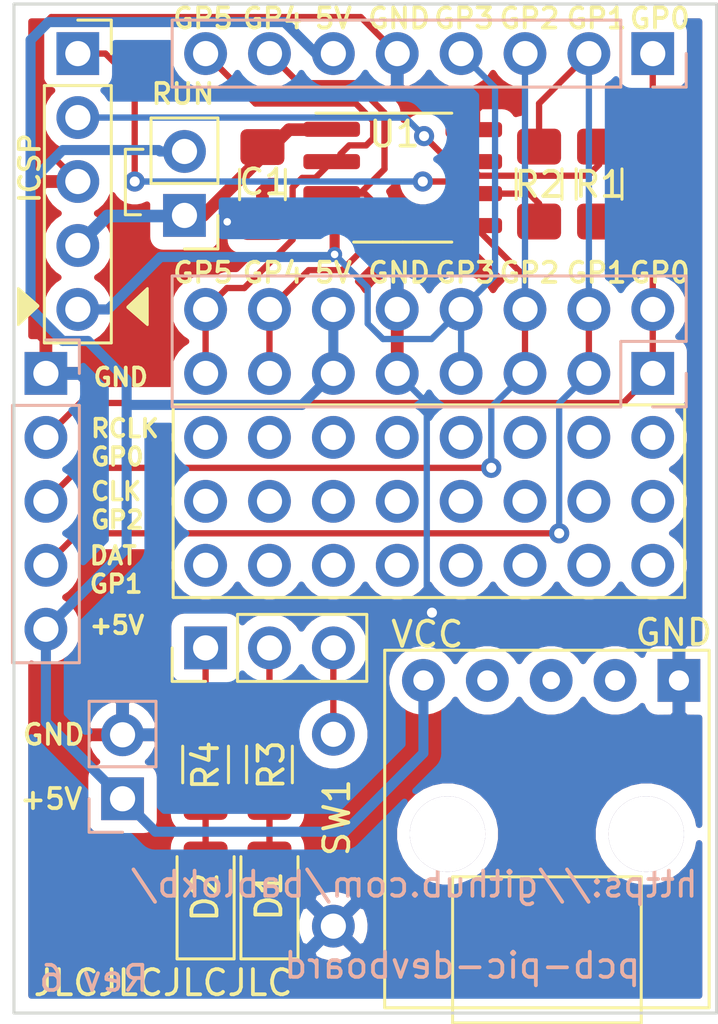
<source format=kicad_pcb>
(kicad_pcb (version 20171130) (host pcbnew 5.1.7-5.1.7)

  (general
    (thickness 1.6)
    (drawings 55)
    (tracks 147)
    (zones 0)
    (modules 18)
    (nets 20)
  )

  (page A4)
  (layers
    (0 F.Cu signal)
    (31 B.Cu signal)
    (32 B.Adhes user)
    (33 F.Adhes user)
    (34 B.Paste user)
    (35 F.Paste user)
    (36 B.SilkS user)
    (37 F.SilkS user)
    (38 B.Mask user)
    (39 F.Mask user)
    (40 Dwgs.User user hide)
    (41 Cmts.User user)
    (42 Eco1.User user)
    (43 Eco2.User user)
    (44 Edge.Cuts user)
    (45 Margin user)
    (46 B.CrtYd user)
    (47 F.CrtYd user)
    (48 B.Fab user)
    (49 F.Fab user hide)
  )

  (setup
    (last_trace_width 0.25)
    (trace_clearance 0.2)
    (zone_clearance 0.508)
    (zone_45_only no)
    (trace_min 0.2)
    (via_size 0.8)
    (via_drill 0.4)
    (via_min_size 0.4)
    (via_min_drill 0.3)
    (uvia_size 0.3)
    (uvia_drill 0.1)
    (uvias_allowed no)
    (uvia_min_size 0.2)
    (uvia_min_drill 0.1)
    (edge_width 0.12)
    (segment_width 0.12)
    (pcb_text_width 0.3)
    (pcb_text_size 1.5 1.5)
    (mod_edge_width 0.12)
    (mod_text_size 1 1)
    (mod_text_width 0.15)
    (pad_size 1.7 1.7)
    (pad_drill 1)
    (pad_to_mask_clearance 0)
    (aux_axis_origin 0 0)
    (visible_elements FFFFFF7F)
    (pcbplotparams
      (layerselection 0x010f0_ffffffff)
      (usegerberextensions false)
      (usegerberattributes false)
      (usegerberadvancedattributes false)
      (creategerberjobfile false)
      (excludeedgelayer true)
      (linewidth 0.100000)
      (plotframeref false)
      (viasonmask false)
      (mode 1)
      (useauxorigin false)
      (hpglpennumber 1)
      (hpglpenspeed 20)
      (hpglpendiameter 15.000000)
      (psnegative false)
      (psa4output false)
      (plotreference true)
      (plotvalue false)
      (plotinvisibletext false)
      (padsonsilk true)
      (subtractmaskfromsilk false)
      (outputformat 1)
      (mirror false)
      (drillshape 0)
      (scaleselection 1)
      (outputdirectory "gerber"))
  )

  (net 0 "")
  (net 1 "Net-(C1-Pad2)")
  (net 2 GND)
  (net 3 "Net-(J1-Pad2)")
  (net 4 "Net-(J1-Pad1)")
  (net 5 /GP5)
  (net 6 /GP4)
  (net 7 /+5V)
  (net 8 /GP0)
  (net 9 /GP1)
  (net 10 /GP2)
  (net 11 "Net-(USB1-Pad4)")
  (net 12 "Net-(USB1-Pad3)")
  (net 13 "Net-(USB1-Pad2)")
  (net 14 /GP3)
  (net 15 "Net-(D1-Pad2)")
  (net 16 "Net-(J5-Pad2)")
  (net 17 "Net-(J5-Pad1)")
  (net 18 "Net-(J5-Pad3)")
  (net 19 "Net-(D2-Pad2)")

  (net_class Default "Dies ist die voreingestellte Netzklasse."
    (clearance 0.2)
    (trace_width 0.25)
    (via_dia 0.8)
    (via_drill 0.4)
    (uvia_dia 0.3)
    (uvia_drill 0.1)
    (add_net /GP0)
    (add_net /GP1)
    (add_net /GP2)
    (add_net /GP3)
    (add_net /GP4)
    (add_net /GP5)
    (add_net GND)
    (add_net "Net-(D1-Pad2)")
    (add_net "Net-(D2-Pad2)")
    (add_net "Net-(J1-Pad1)")
    (add_net "Net-(J1-Pad2)")
    (add_net "Net-(J5-Pad1)")
    (add_net "Net-(J5-Pad2)")
    (add_net "Net-(J5-Pad3)")
    (add_net "Net-(USB1-Pad2)")
    (add_net "Net-(USB1-Pad3)")
    (add_net "Net-(USB1-Pad4)")
  )

  (net_class +5V ""
    (clearance 0.2)
    (trace_width 0.4)
    (via_dia 0.6)
    (via_drill 0.3)
    (uvia_dia 0.3)
    (uvia_drill 0.1)
    (add_net /+5V)
    (add_net "Net-(C1-Pad2)")
  )

  (module Resistor_SMD:R_1206_3216Metric_Pad1.30x1.75mm_HandSolder (layer F.Cu) (tedit 5F68FEEE) (tstamp 5F9C5AA5)
    (at 104.14 104.43 90)
    (descr "Resistor SMD 1206 (3216 Metric), square (rectangular) end terminal, IPC_7351 nominal with elongated pad for handsoldering. (Body size source: IPC-SM-782 page 72, https://www.pcb-3d.com/wordpress/wp-content/uploads/ipc-sm-782a_amendment_1_and_2.pdf), generated with kicad-footprint-generator")
    (tags "resistor handsolder")
    (path /5F9EC54C)
    (attr smd)
    (fp_text reference R4 (at -0.04 0 90) (layer F.SilkS)
      (effects (font (size 1 1) (thickness 0.15)))
    )
    (fp_text value 1kΩ (at 0 1.82 90) (layer F.Fab) hide
      (effects (font (size 1 1) (thickness 0.15)))
    )
    (fp_text user %R (at 0 0 90) (layer F.Fab) hide
      (effects (font (size 0.8 0.8) (thickness 0.12)))
    )
    (fp_line (start -1.6 0.8) (end -1.6 -0.8) (layer F.Fab) (width 0.1))
    (fp_line (start -1.6 -0.8) (end 1.6 -0.8) (layer F.Fab) (width 0.1))
    (fp_line (start 1.6 -0.8) (end 1.6 0.8) (layer F.Fab) (width 0.1))
    (fp_line (start 1.6 0.8) (end -1.6 0.8) (layer F.Fab) (width 0.1))
    (fp_line (start -0.727064 -0.91) (end 0.727064 -0.91) (layer F.SilkS) (width 0.12))
    (fp_line (start -0.727064 0.91) (end 0.727064 0.91) (layer F.SilkS) (width 0.12))
    (fp_line (start -2.45 1.12) (end -2.45 -1.12) (layer F.CrtYd) (width 0.05))
    (fp_line (start -2.45 -1.12) (end 2.45 -1.12) (layer F.CrtYd) (width 0.05))
    (fp_line (start 2.45 -1.12) (end 2.45 1.12) (layer F.CrtYd) (width 0.05))
    (fp_line (start 2.45 1.12) (end -2.45 1.12) (layer F.CrtYd) (width 0.05))
    (pad 2 smd roundrect (at 1.55 0 90) (size 1.3 1.75) (layers F.Cu F.Paste F.Mask) (roundrect_rratio 0.192308)
      (net 17 "Net-(J5-Pad1)"))
    (pad 1 smd roundrect (at -1.55 0 90) (size 1.3 1.75) (layers F.Cu F.Paste F.Mask) (roundrect_rratio 0.192308)
      (net 19 "Net-(D2-Pad2)"))
    (model ${KISYS3DMOD}/Resistor_SMD.3dshapes/R_1206_3216Metric.wrl
      (at (xyz 0 0 0))
      (scale (xyz 1 1 1))
      (rotate (xyz 0 0 0))
    )
  )

  (module LED_SMD:LED_1206_3216Metric_Pad1.42x1.75mm_HandSolder (layer F.Cu) (tedit 5F68FEF1) (tstamp 5F9C5AD7)
    (at 104.14 109.69 90)
    (descr "LED SMD 1206 (3216 Metric), square (rectangular) end terminal, IPC_7351 nominal, (Body size source: http://www.tortai-tech.com/upload/download/2011102023233369053.pdf), generated with kicad-footprint-generator")
    (tags "LED handsolder")
    (path /5F9EC552)
    (attr smd)
    (fp_text reference D2 (at 0 -0.02 90) (layer F.SilkS)
      (effects (font (size 1 1) (thickness 0.15)))
    )
    (fp_text value LED (at 0 1.82 90) (layer F.Fab) hide
      (effects (font (size 1 1) (thickness 0.15)))
    )
    (fp_text user %R (at 0 0 90) (layer F.Fab) hide
      (effects (font (size 0.8 0.8) (thickness 0.12)))
    )
    (fp_line (start 1.6 -0.8) (end -1.2 -0.8) (layer F.Fab) (width 0.1))
    (fp_line (start -1.2 -0.8) (end -1.6 -0.4) (layer F.Fab) (width 0.1))
    (fp_line (start -1.6 -0.4) (end -1.6 0.8) (layer F.Fab) (width 0.1))
    (fp_line (start -1.6 0.8) (end 1.6 0.8) (layer F.Fab) (width 0.1))
    (fp_line (start 1.6 0.8) (end 1.6 -0.8) (layer F.Fab) (width 0.1))
    (fp_line (start 1.6 -1.135) (end -2.46 -1.135) (layer F.SilkS) (width 0.12))
    (fp_line (start -2.46 -1.135) (end -2.46 1.135) (layer F.SilkS) (width 0.12))
    (fp_line (start -2.46 1.135) (end 1.6 1.135) (layer F.SilkS) (width 0.12))
    (fp_line (start -2.45 1.12) (end -2.45 -1.12) (layer F.CrtYd) (width 0.05))
    (fp_line (start -2.45 -1.12) (end 2.45 -1.12) (layer F.CrtYd) (width 0.05))
    (fp_line (start 2.45 -1.12) (end 2.45 1.12) (layer F.CrtYd) (width 0.05))
    (fp_line (start 2.45 1.12) (end -2.45 1.12) (layer F.CrtYd) (width 0.05))
    (pad 2 smd roundrect (at 1.4875 0 90) (size 1.425 1.75) (layers F.Cu F.Paste F.Mask) (roundrect_rratio 0.175439)
      (net 19 "Net-(D2-Pad2)"))
    (pad 1 smd roundrect (at -1.4875 0 90) (size 1.425 1.75) (layers F.Cu F.Paste F.Mask) (roundrect_rratio 0.175439)
      (net 2 GND))
    (model ${KISYS3DMOD}/LED_SMD.3dshapes/LED_1206_3216Metric.wrl
      (at (xyz 0 0 0))
      (scale (xyz 1 1 1))
      (rotate (xyz 0 0 0))
    )
  )

  (module Connector_PinHeader_2.54mm:PinHeader_1x03_P2.54mm_Vertical (layer F.Cu) (tedit 59FED5CC) (tstamp 5F9C44A6)
    (at 104.14 99.8 90)
    (descr "Through hole straight pin header, 1x03, 2.54mm pitch, single row")
    (tags "Through hole pin header THT 1x03 2.54mm single row")
    (path /5F9D134F)
    (fp_text reference J5 (at 0 -2.33 90) (layer F.SilkS) hide
      (effects (font (size 1 1) (thickness 0.15)))
    )
    (fp_text value Conn_01x03_Male (at 0 7.41 90) (layer F.Fab) hide
      (effects (font (size 1 1) (thickness 0.15)))
    )
    (fp_text user %R (at 0 2.54) (layer F.Fab)
      (effects (font (size 1 1) (thickness 0.15)))
    )
    (fp_line (start -0.635 -1.27) (end 1.27 -1.27) (layer F.Fab) (width 0.1))
    (fp_line (start 1.27 -1.27) (end 1.27 6.35) (layer F.Fab) (width 0.1))
    (fp_line (start 1.27 6.35) (end -1.27 6.35) (layer F.Fab) (width 0.1))
    (fp_line (start -1.27 6.35) (end -1.27 -0.635) (layer F.Fab) (width 0.1))
    (fp_line (start -1.27 -0.635) (end -0.635 -1.27) (layer F.Fab) (width 0.1))
    (fp_line (start -1.33 6.41) (end 1.33 6.41) (layer F.SilkS) (width 0.12))
    (fp_line (start -1.33 1.27) (end -1.33 6.41) (layer F.SilkS) (width 0.12))
    (fp_line (start 1.33 1.27) (end 1.33 6.41) (layer F.SilkS) (width 0.12))
    (fp_line (start -1.33 1.27) (end 1.33 1.27) (layer F.SilkS) (width 0.12))
    (fp_line (start -1.33 0) (end -1.33 -1.33) (layer F.SilkS) (width 0.12))
    (fp_line (start -1.33 -1.33) (end 0 -1.33) (layer F.SilkS) (width 0.12))
    (fp_line (start -1.8 -1.8) (end -1.8 6.85) (layer F.CrtYd) (width 0.05))
    (fp_line (start -1.8 6.85) (end 1.8 6.85) (layer F.CrtYd) (width 0.05))
    (fp_line (start 1.8 6.85) (end 1.8 -1.8) (layer F.CrtYd) (width 0.05))
    (fp_line (start 1.8 -1.8) (end -1.8 -1.8) (layer F.CrtYd) (width 0.05))
    (pad 3 thru_hole oval (at 0 5.08 90) (size 1.7 1.7) (drill 1) (layers *.Cu *.Mask)
      (net 18 "Net-(J5-Pad3)"))
    (pad 2 thru_hole oval (at 0 2.54 90) (size 1.7 1.7) (drill 1) (layers *.Cu *.Mask)
      (net 16 "Net-(J5-Pad2)"))
    (pad 1 thru_hole rect (at 0 0 90) (size 1.7 1.7) (drill 1) (layers *.Cu *.Mask)
      (net 17 "Net-(J5-Pad1)"))
    (model ${KISYS3DMOD}/Connector_PinHeader_2.54mm.3dshapes/PinHeader_1x03_P2.54mm_Vertical.wrl
      (at (xyz 0 0 0))
      (scale (xyz 1 1 1))
      (rotate (xyz 0 0 0))
    )
  )

  (module user:SW_PUSH_SLIM_1x4 (layer F.Cu) (tedit 5F197290) (tstamp 5F9C4B20)
    (at 109.22 103.23 270)
    (descr "Prototyping Area")
    (tags connector)
    (path /5F9D3FD3)
    (attr virtual)
    (fp_text reference SW1 (at 3.31 -0.14 90) (layer F.SilkS)
      (effects (font (size 1 1) (thickness 0.15)))
    )
    (fp_text value SW_Push (at 3.73126 2.92608 90) (layer F.Fab) hide
      (effects (font (size 1 1) (thickness 0.15)))
    )
    (fp_text user %R (at 1.27 1.27 90) (layer F.Fab) hide
      (effects (font (size 1 1) (thickness 0.15)))
    )
    (fp_line (start -1.27 -1.27) (end 8.89 -1.27) (layer F.CrtYd) (width 0.05))
    (fp_line (start -1.27 -1.27) (end -1.27 1.27) (layer F.CrtYd) (width 0.05))
    (fp_line (start -1.27 1.27) (end 8.89 1.27) (layer F.CrtYd) (width 0.05))
    (fp_line (start 8.89 -1.27) (end 8.89 1.27) (layer F.CrtYd) (width 0.05))
    (pad 2 thru_hole circle (at 7.62 0 270) (size 1.7 1.7) (drill 1) (layers *.Cu *.Mask)
      (net 2 GND))
    (pad 1 thru_hole circle (at 0 0 270) (size 1.7 1.7) (drill 1) (layers *.Cu *.Mask)
      (net 18 "Net-(J5-Pad3)"))
  )

  (module Resistor_SMD:R_1206_3216Metric_Pad1.30x1.75mm_HandSolder (layer F.Cu) (tedit 5F68FEEE) (tstamp 5F9C4536)
    (at 106.68 104.43 90)
    (descr "Resistor SMD 1206 (3216 Metric), square (rectangular) end terminal, IPC_7351 nominal with elongated pad for handsoldering. (Body size source: IPC-SM-782 page 72, https://www.pcb-3d.com/wordpress/wp-content/uploads/ipc-sm-782a_amendment_1_and_2.pdf), generated with kicad-footprint-generator")
    (tags "resistor handsolder")
    (path /5F9D00BF)
    (attr smd)
    (fp_text reference R3 (at -0.02 0.07 90) (layer F.SilkS)
      (effects (font (size 1 1) (thickness 0.15)))
    )
    (fp_text value 1kΩ (at 0 1.82 90) (layer F.Fab) hide
      (effects (font (size 1 1) (thickness 0.15)))
    )
    (fp_text user %R (at 0 0 90) (layer F.Fab) hide
      (effects (font (size 0.8 0.8) (thickness 0.12)))
    )
    (fp_line (start -1.6 0.8) (end -1.6 -0.8) (layer F.Fab) (width 0.1))
    (fp_line (start -1.6 -0.8) (end 1.6 -0.8) (layer F.Fab) (width 0.1))
    (fp_line (start 1.6 -0.8) (end 1.6 0.8) (layer F.Fab) (width 0.1))
    (fp_line (start 1.6 0.8) (end -1.6 0.8) (layer F.Fab) (width 0.1))
    (fp_line (start -0.727064 -0.91) (end 0.727064 -0.91) (layer F.SilkS) (width 0.12))
    (fp_line (start -0.727064 0.91) (end 0.727064 0.91) (layer F.SilkS) (width 0.12))
    (fp_line (start -2.45 1.12) (end -2.45 -1.12) (layer F.CrtYd) (width 0.05))
    (fp_line (start -2.45 -1.12) (end 2.45 -1.12) (layer F.CrtYd) (width 0.05))
    (fp_line (start 2.45 -1.12) (end 2.45 1.12) (layer F.CrtYd) (width 0.05))
    (fp_line (start 2.45 1.12) (end -2.45 1.12) (layer F.CrtYd) (width 0.05))
    (pad 2 smd roundrect (at 1.55 0 90) (size 1.3 1.75) (layers F.Cu F.Paste F.Mask) (roundrect_rratio 0.192308)
      (net 16 "Net-(J5-Pad2)"))
    (pad 1 smd roundrect (at -1.55 0 90) (size 1.3 1.75) (layers F.Cu F.Paste F.Mask) (roundrect_rratio 0.192308)
      (net 15 "Net-(D1-Pad2)"))
    (model ${KISYS3DMOD}/Resistor_SMD.3dshapes/R_1206_3216Metric.wrl
      (at (xyz 0 0 0))
      (scale (xyz 1 1 1))
      (rotate (xyz 0 0 0))
    )
  )

  (module Connector_PinHeader_2.54mm:PinHeader_1x02_P2.54mm_Vertical (layer B.Cu) (tedit 59FED5CC) (tstamp 5F66063B)
    (at 100.838 105.791)
    (descr "Through hole straight pin header, 1x02, 2.54mm pitch, single row")
    (tags "Through hole pin header THT 1x02 2.54mm single row")
    (path /5F57072D)
    (fp_text reference J6 (at 0 2.33) (layer B.SilkS) hide
      (effects (font (size 1 1) (thickness 0.15)) (justify mirror))
    )
    (fp_text value Conn_BB1 (at 0 -4.87) (layer B.Fab) hide
      (effects (font (size 1 1) (thickness 0.15)) (justify mirror))
    )
    (fp_text user %R (at 0 -1.27 -90) (layer B.Fab)
      (effects (font (size 1 1) (thickness 0.15)) (justify mirror))
    )
    (fp_line (start -0.635 1.27) (end 1.27 1.27) (layer B.Fab) (width 0.1))
    (fp_line (start 1.27 1.27) (end 1.27 -3.81) (layer B.Fab) (width 0.1))
    (fp_line (start 1.27 -3.81) (end -1.27 -3.81) (layer B.Fab) (width 0.1))
    (fp_line (start -1.27 -3.81) (end -1.27 0.635) (layer B.Fab) (width 0.1))
    (fp_line (start -1.27 0.635) (end -0.635 1.27) (layer B.Fab) (width 0.1))
    (fp_line (start -1.33 -3.87) (end 1.33 -3.87) (layer B.SilkS) (width 0.12))
    (fp_line (start -1.33 -1.27) (end -1.33 -3.87) (layer B.SilkS) (width 0.12))
    (fp_line (start 1.33 -1.27) (end 1.33 -3.87) (layer B.SilkS) (width 0.12))
    (fp_line (start -1.33 -1.27) (end 1.33 -1.27) (layer B.SilkS) (width 0.12))
    (fp_line (start -1.33 0) (end -1.33 1.33) (layer B.SilkS) (width 0.12))
    (fp_line (start -1.33 1.33) (end 0 1.33) (layer B.SilkS) (width 0.12))
    (fp_line (start -1.8 1.8) (end -1.8 -4.35) (layer B.CrtYd) (width 0.05))
    (fp_line (start -1.8 -4.35) (end 1.8 -4.35) (layer B.CrtYd) (width 0.05))
    (fp_line (start 1.8 -4.35) (end 1.8 1.8) (layer B.CrtYd) (width 0.05))
    (fp_line (start 1.8 1.8) (end -1.8 1.8) (layer B.CrtYd) (width 0.05))
    (pad 2 thru_hole oval (at 0 -2.54) (size 1.7 1.7) (drill 1) (layers *.Cu *.Mask)
      (net 2 GND))
    (pad 1 thru_hole rect (at 0 0) (size 1.7 1.7) (drill 1) (layers *.Cu *.Mask)
      (net 7 /+5V))
    (model ${KISYS3DMOD}/Connector_PinHeader_2.54mm.3dshapes/PinHeader_1x02_P2.54mm_Vertical.wrl
      (at (xyz 0 0 0))
      (scale (xyz 1 1 1))
      (rotate (xyz 0 0 0))
    )
  )

  (module LED_SMD:LED_1206_3216Metric_Pad1.42x1.75mm_HandSolder (layer F.Cu) (tedit 5F68FEF1) (tstamp 5F9C43B0)
    (at 106.68 109.69 90)
    (descr "LED SMD 1206 (3216 Metric), square (rectangular) end terminal, IPC_7351 nominal, (Body size source: http://www.tortai-tech.com/upload/download/2011102023233369053.pdf), generated with kicad-footprint-generator")
    (tags "LED handsolder")
    (path /5F9D1E69)
    (attr smd)
    (fp_text reference D1 (at 0.04 -0.02 90) (layer F.SilkS)
      (effects (font (size 1 1) (thickness 0.15)))
    )
    (fp_text value LED (at 0 1.82 90) (layer F.Fab) hide
      (effects (font (size 1 1) (thickness 0.15)))
    )
    (fp_text user %R (at 0 0 90) (layer F.Fab) hide
      (effects (font (size 0.8 0.8) (thickness 0.12)))
    )
    (fp_line (start 1.6 -0.8) (end -1.2 -0.8) (layer F.Fab) (width 0.1))
    (fp_line (start -1.2 -0.8) (end -1.6 -0.4) (layer F.Fab) (width 0.1))
    (fp_line (start -1.6 -0.4) (end -1.6 0.8) (layer F.Fab) (width 0.1))
    (fp_line (start -1.6 0.8) (end 1.6 0.8) (layer F.Fab) (width 0.1))
    (fp_line (start 1.6 0.8) (end 1.6 -0.8) (layer F.Fab) (width 0.1))
    (fp_line (start 1.6 -1.135) (end -2.46 -1.135) (layer F.SilkS) (width 0.12))
    (fp_line (start -2.46 -1.135) (end -2.46 1.135) (layer F.SilkS) (width 0.12))
    (fp_line (start -2.46 1.135) (end 1.6 1.135) (layer F.SilkS) (width 0.12))
    (fp_line (start -2.45 1.12) (end -2.45 -1.12) (layer F.CrtYd) (width 0.05))
    (fp_line (start -2.45 -1.12) (end 2.45 -1.12) (layer F.CrtYd) (width 0.05))
    (fp_line (start 2.45 -1.12) (end 2.45 1.12) (layer F.CrtYd) (width 0.05))
    (fp_line (start 2.45 1.12) (end -2.45 1.12) (layer F.CrtYd) (width 0.05))
    (pad 2 smd roundrect (at 1.4875 0 90) (size 1.425 1.75) (layers F.Cu F.Paste F.Mask) (roundrect_rratio 0.175439)
      (net 15 "Net-(D1-Pad2)"))
    (pad 1 smd roundrect (at -1.4875 0 90) (size 1.425 1.75) (layers F.Cu F.Paste F.Mask) (roundrect_rratio 0.175439)
      (net 2 GND))
    (model ${KISYS3DMOD}/LED_SMD.3dshapes/LED_1206_3216Metric.wrl
      (at (xyz 0 0 0))
      (scale (xyz 1 1 1))
      (rotate (xyz 0 0 0))
    )
  )

  (module Proto_Area:Proto_Area_08x03 (layer F.Cu) (tedit 5AEE5D9C) (tstamp 5F9C3933)
    (at 104.14 91.44)
    (descr "Prototyping Area")
    (tags connector)
    (attr virtual)
    (fp_text reference REF** (at 1.27 -3.175) (layer F.SilkS) hide
      (effects (font (size 1 1) (thickness 0.15)))
    )
    (fp_text value Proto_Area_08x03_P2.54mm_Drill1.0mm (at 1.27 5.08) (layer F.Fab) hide
      (effects (font (size 1 1) (thickness 0.15)))
    )
    (fp_text user %R (at 1.27 1.27) (layer F.Fab) hide
      (effects (font (size 1 1) (thickness 0.15)))
    )
    (fp_line (start -1.27 -1.27) (end 19.05 -1.27) (layer F.CrtYd) (width 0.05))
    (fp_line (start -1.27 -1.27) (end -1.27 6.35) (layer F.CrtYd) (width 0.05))
    (fp_line (start -1.27 6.35) (end 19.05 6.35) (layer F.CrtYd) (width 0.05))
    (fp_line (start 19.05 -1.27) (end 19.05 6.35) (layer F.CrtYd) (width 0.05))
    (pad 24 thru_hole circle (at 17.78 5.08) (size 1.7 1.7) (drill 1) (layers *.Cu *.Mask))
    (pad 16 thru_hole circle (at 17.78 2.54) (size 1.7 1.7) (drill 1) (layers *.Cu *.Mask))
    (pad 8 thru_hole circle (at 17.78 0) (size 1.7 1.7) (drill 1) (layers *.Cu *.Mask))
    (pad 23 thru_hole circle (at 15.24 5.08) (size 1.7 1.7) (drill 1) (layers *.Cu *.Mask))
    (pad 15 thru_hole circle (at 15.24 2.54) (size 1.7 1.7) (drill 1) (layers *.Cu *.Mask))
    (pad 7 thru_hole circle (at 15.24 0) (size 1.7 1.7) (drill 1) (layers *.Cu *.Mask))
    (pad 22 thru_hole circle (at 12.7 5.08) (size 1.7 1.7) (drill 1) (layers *.Cu *.Mask))
    (pad 14 thru_hole circle (at 12.7 2.54) (size 1.7 1.7) (drill 1) (layers *.Cu *.Mask))
    (pad 6 thru_hole circle (at 12.7 0) (size 1.7 1.7) (drill 1) (layers *.Cu *.Mask))
    (pad 21 thru_hole circle (at 10.16 5.08) (size 1.7 1.7) (drill 1) (layers *.Cu *.Mask))
    (pad 13 thru_hole circle (at 10.16 2.54) (size 1.7 1.7) (drill 1) (layers *.Cu *.Mask))
    (pad 5 thru_hole circle (at 10.16 0) (size 1.7 1.7) (drill 1) (layers *.Cu *.Mask))
    (pad 20 thru_hole circle (at 7.62 5.08) (size 1.7 1.7) (drill 1) (layers *.Cu *.Mask))
    (pad 12 thru_hole circle (at 7.62 2.54) (size 1.7 1.7) (drill 1) (layers *.Cu *.Mask))
    (pad 4 thru_hole circle (at 7.62 0) (size 1.7 1.7) (drill 1) (layers *.Cu *.Mask))
    (pad 19 thru_hole circle (at 5.08 5.08) (size 1.7 1.7) (drill 1) (layers *.Cu *.Mask))
    (pad 11 thru_hole circle (at 5.08 2.54) (size 1.7 1.7) (drill 1) (layers *.Cu *.Mask))
    (pad 3 thru_hole circle (at 5.08 0) (size 1.7 1.7) (drill 1) (layers *.Cu *.Mask))
    (pad 18 thru_hole circle (at 2.54 5.08) (size 1.7 1.7) (drill 1) (layers *.Cu *.Mask))
    (pad 10 thru_hole circle (at 2.54 2.54) (size 1.7 1.7) (drill 1) (layers *.Cu *.Mask))
    (pad 2 thru_hole circle (at 2.54 0) (size 1.7 1.7) (drill 1) (layers *.Cu *.Mask))
    (pad 17 thru_hole circle (at 0 5.08) (size 1.7 1.7) (drill 1) (layers *.Cu *.Mask))
    (pad 9 thru_hole circle (at 0 2.54) (size 1.7 1.7) (drill 1) (layers *.Cu *.Mask))
    (pad 1 thru_hole circle (at 0 0) (size 1.7 1.7) (drill 1) (layers *.Cu *.Mask))
  )

  (module Connector_PinHeader_2.54mm:PinHeader_2x08_P2.54mm_Vertical (layer B.Cu) (tedit 59FED5CC) (tstamp 5F4F8F7A)
    (at 121.92 88.9 90)
    (descr "Through hole straight pin header, 2x08, 2.54mm pitch, double rows")
    (tags "Through hole pin header THT 2x08 2.54mm double row")
    (path /5F4BCD54)
    (fp_text reference J3 (at 1.27 2.33 90) (layer B.SilkS) hide
      (effects (font (size 1 1) (thickness 0.15)) (justify mirror))
    )
    (fp_text value App-Conn2 (at 1.27 -20.11 90) (layer B.Fab) hide
      (effects (font (size 1 1) (thickness 0.15)) (justify mirror))
    )
    (fp_text user %R (at 1.27 -8.89 180) (layer B.Fab) hide
      (effects (font (size 1 1) (thickness 0.15)) (justify mirror))
    )
    (fp_line (start 0 1.27) (end 3.81 1.27) (layer B.Fab) (width 0.1))
    (fp_line (start 3.81 1.27) (end 3.81 -19.05) (layer B.Fab) (width 0.1))
    (fp_line (start 3.81 -19.05) (end -1.27 -19.05) (layer B.Fab) (width 0.1))
    (fp_line (start -1.27 -19.05) (end -1.27 0) (layer B.Fab) (width 0.1))
    (fp_line (start -1.27 0) (end 0 1.27) (layer B.Fab) (width 0.1))
    (fp_line (start -1.33 -19.11) (end 3.87 -19.11) (layer B.SilkS) (width 0.12))
    (fp_line (start -1.33 -1.27) (end -1.33 -19.11) (layer B.SilkS) (width 0.12))
    (fp_line (start 3.87 1.33) (end 3.87 -19.11) (layer B.SilkS) (width 0.12))
    (fp_line (start -1.33 -1.27) (end 1.27 -1.27) (layer B.SilkS) (width 0.12))
    (fp_line (start 1.27 -1.27) (end 1.27 1.33) (layer B.SilkS) (width 0.12))
    (fp_line (start 1.27 1.33) (end 3.87 1.33) (layer B.SilkS) (width 0.12))
    (fp_line (start -1.33 0) (end -1.33 1.33) (layer B.SilkS) (width 0.12))
    (fp_line (start -1.33 1.33) (end 0 1.33) (layer B.SilkS) (width 0.12))
    (fp_line (start -1.8 1.8) (end -1.8 -19.55) (layer B.CrtYd) (width 0.05))
    (fp_line (start -1.8 -19.55) (end 4.35 -19.55) (layer B.CrtYd) (width 0.05))
    (fp_line (start 4.35 -19.55) (end 4.35 1.8) (layer B.CrtYd) (width 0.05))
    (fp_line (start 4.35 1.8) (end -1.8 1.8) (layer B.CrtYd) (width 0.05))
    (pad 16 thru_hole oval (at 2.54 -17.78 90) (size 1.7 1.7) (drill 1) (layers *.Cu *.Mask)
      (net 5 /GP5))
    (pad 15 thru_hole oval (at 0 -17.78 90) (size 1.7 1.7) (drill 1) (layers *.Cu *.Mask)
      (net 5 /GP5))
    (pad 14 thru_hole oval (at 2.54 -15.24 90) (size 1.7 1.7) (drill 1) (layers *.Cu *.Mask)
      (net 6 /GP4))
    (pad 13 thru_hole oval (at 0 -15.24 90) (size 1.7 1.7) (drill 1) (layers *.Cu *.Mask)
      (net 6 /GP4))
    (pad 12 thru_hole oval (at 2.54 -12.7 90) (size 1.7 1.7) (drill 1) (layers *.Cu *.Mask)
      (net 7 /+5V))
    (pad 11 thru_hole oval (at 0 -12.7 90) (size 1.7 1.7) (drill 1) (layers *.Cu *.Mask)
      (net 7 /+5V))
    (pad 10 thru_hole oval (at 2.54 -10.16 90) (size 1.7 1.7) (drill 1) (layers *.Cu *.Mask)
      (net 2 GND))
    (pad 9 thru_hole oval (at 0 -10.16 90) (size 1.7 1.7) (drill 1) (layers *.Cu *.Mask)
      (net 2 GND))
    (pad 8 thru_hole oval (at 2.54 -7.62 90) (size 1.7 1.7) (drill 1) (layers *.Cu *.Mask)
      (net 14 /GP3))
    (pad 7 thru_hole oval (at 0 -7.62 90) (size 1.7 1.7) (drill 1) (layers *.Cu *.Mask)
      (net 14 /GP3))
    (pad 6 thru_hole oval (at 2.54 -5.08 90) (size 1.7 1.7) (drill 1) (layers *.Cu *.Mask)
      (net 10 /GP2))
    (pad 5 thru_hole oval (at 0 -5.08 90) (size 1.7 1.7) (drill 1) (layers *.Cu *.Mask)
      (net 10 /GP2))
    (pad 4 thru_hole oval (at 2.54 -2.54 90) (size 1.7 1.7) (drill 1) (layers *.Cu *.Mask)
      (net 9 /GP1))
    (pad 3 thru_hole oval (at 0 -2.54 90) (size 1.7 1.7) (drill 1) (layers *.Cu *.Mask)
      (net 9 /GP1))
    (pad 2 thru_hole oval (at 2.54 0 90) (size 1.7 1.7) (drill 1) (layers *.Cu *.Mask)
      (net 8 /GP0))
    (pad 1 thru_hole rect (at 0 0 90) (size 1.7 1.7) (drill 1) (layers *.Cu *.Mask)
      (net 8 /GP0))
    (model ${KISYS3DMOD}/Connector_PinHeader_2.54mm.3dshapes/PinHeader_2x08_P2.54mm_Vertical.wrl
      (at (xyz 0 0 0))
      (scale (xyz 1 1 1))
      (rotate (xyz 0 0 0))
    )
  )

  (module Connector_PinHeader_2.54mm:PinHeader_1x08_P2.54mm_Vertical (layer B.Cu) (tedit 59FED5CC) (tstamp 5F4F8EF3)
    (at 121.92 76.2 90)
    (descr "Through hole straight pin header, 1x08, 2.54mm pitch, single row")
    (tags "Through hole pin header THT 1x08 2.54mm single row")
    (path /5F04965B)
    (fp_text reference J2 (at 0 2.33 90) (layer B.SilkS) hide
      (effects (font (size 1 1) (thickness 0.15)) (justify mirror))
    )
    (fp_text value App-Conn1 (at 0 -20.11 90) (layer B.Fab) hide
      (effects (font (size 1 1) (thickness 0.15)) (justify mirror))
    )
    (fp_text user %R (at 0 -8.89 180) (layer B.Fab) hide
      (effects (font (size 1 1) (thickness 0.15)) (justify mirror))
    )
    (fp_line (start -0.635 1.27) (end 1.27 1.27) (layer B.Fab) (width 0.1))
    (fp_line (start 1.27 1.27) (end 1.27 -19.05) (layer B.Fab) (width 0.1))
    (fp_line (start 1.27 -19.05) (end -1.27 -19.05) (layer B.Fab) (width 0.1))
    (fp_line (start -1.27 -19.05) (end -1.27 0.635) (layer B.Fab) (width 0.1))
    (fp_line (start -1.27 0.635) (end -0.635 1.27) (layer B.Fab) (width 0.1))
    (fp_line (start -1.33 -19.11) (end 1.33 -19.11) (layer B.SilkS) (width 0.12))
    (fp_line (start -1.33 -1.27) (end -1.33 -19.11) (layer B.SilkS) (width 0.12))
    (fp_line (start 1.33 -1.27) (end 1.33 -19.11) (layer B.SilkS) (width 0.12))
    (fp_line (start -1.33 -1.27) (end 1.33 -1.27) (layer B.SilkS) (width 0.12))
    (fp_line (start -1.33 0) (end -1.33 1.33) (layer B.SilkS) (width 0.12))
    (fp_line (start -1.33 1.33) (end 0 1.33) (layer B.SilkS) (width 0.12))
    (fp_line (start -1.8 1.8) (end -1.8 -19.55) (layer B.CrtYd) (width 0.05))
    (fp_line (start -1.8 -19.55) (end 1.8 -19.55) (layer B.CrtYd) (width 0.05))
    (fp_line (start 1.8 -19.55) (end 1.8 1.8) (layer B.CrtYd) (width 0.05))
    (fp_line (start 1.8 1.8) (end -1.8 1.8) (layer B.CrtYd) (width 0.05))
    (pad 8 thru_hole oval (at 0 -17.78 90) (size 1.7 1.7) (drill 1) (layers *.Cu *.Mask)
      (net 5 /GP5))
    (pad 7 thru_hole oval (at 0 -15.24 90) (size 1.7 1.7) (drill 1) (layers *.Cu *.Mask)
      (net 6 /GP4))
    (pad 6 thru_hole oval (at 0 -12.7 90) (size 1.7 1.7) (drill 1) (layers *.Cu *.Mask)
      (net 7 /+5V))
    (pad 5 thru_hole oval (at 0 -10.16 90) (size 1.7 1.7) (drill 1) (layers *.Cu *.Mask)
      (net 2 GND))
    (pad 4 thru_hole oval (at 0 -7.62 90) (size 1.7 1.7) (drill 1) (layers *.Cu *.Mask)
      (net 14 /GP3))
    (pad 3 thru_hole oval (at 0 -5.08 90) (size 1.7 1.7) (drill 1) (layers *.Cu *.Mask)
      (net 10 /GP2))
    (pad 2 thru_hole oval (at 0 -2.54 90) (size 1.7 1.7) (drill 1) (layers *.Cu *.Mask)
      (net 9 /GP1))
    (pad 1 thru_hole rect (at 0 0 90) (size 1.7 1.7) (drill 1) (layers *.Cu *.Mask)
      (net 8 /GP0))
    (model ${KISYS3DMOD}/Connector_PinHeader_2.54mm.3dshapes/PinHeader_1x08_P2.54mm_Vertical.wrl
      (at (xyz 0 0 0))
      (scale (xyz 1 1 1))
      (rotate (xyz 0 0 0))
    )
  )

  (module user:SO-8_3.9x4.9mm_P1.27mm_HandSolder (layer F.Cu) (tedit 5F6DB233) (tstamp 5F4F8FD9)
    (at 111.9786 81.1254)
    (descr "SO, 8 Pin (https://www.nxp.com/docs/en/data-sheet/PCF8523.pdf), generated with kicad-footprint-generator ipc_gullwing_generator.py")
    (tags "SO SO")
    (path /5F04713D)
    (attr smd)
    (fp_text reference U1 (at -0.3286 -1.7254) (layer F.SilkS)
      (effects (font (size 1 1) (thickness 0.15)))
    )
    (fp_text value PIC12F675-ISN (at 0 3.4) (layer F.Fab) hide
      (effects (font (size 1 1) (thickness 0.15)))
    )
    (fp_line (start 4.2 -2.7) (end -4.2 -2.7) (layer F.CrtYd) (width 0.05))
    (fp_line (start 4.2 2.7) (end 4.2 -2.7) (layer F.CrtYd) (width 0.05))
    (fp_line (start -4.2 2.7) (end 4.2 2.7) (layer F.CrtYd) (width 0.05))
    (fp_line (start -4.2 -2.7) (end -4.2 2.7) (layer F.CrtYd) (width 0.05))
    (fp_line (start -1.95 -1.475) (end -0.975 -2.45) (layer F.Fab) (width 0.1))
    (fp_line (start -1.95 2.45) (end -1.95 -1.475) (layer F.Fab) (width 0.1))
    (fp_line (start 1.95 2.45) (end -1.95 2.45) (layer F.Fab) (width 0.1))
    (fp_line (start 1.95 -2.45) (end 1.95 2.45) (layer F.Fab) (width 0.1))
    (fp_line (start -0.975 -2.45) (end 1.95 -2.45) (layer F.Fab) (width 0.1))
    (fp_line (start 0 -2.56) (end -3.45 -2.56) (layer F.SilkS) (width 0.12))
    (fp_line (start 0 -2.56) (end 1.95 -2.56) (layer F.SilkS) (width 0.12))
    (fp_line (start 0 2.56) (end -1.95 2.56) (layer F.SilkS) (width 0.12))
    (fp_line (start 0 2.56) (end 1.95 2.56) (layer F.SilkS) (width 0.12))
    (fp_text user %R (at 0 0) (layer F.Fab) hide
      (effects (font (size 0.98 0.98) (thickness 0.15)))
    )
    (pad 8 smd roundrect (at 2.825 -1.905) (size 2.25 0.6) (layers F.Cu F.Paste F.Mask) (roundrect_rratio 0.25)
      (net 2 GND))
    (pad 7 smd roundrect (at 2.825 -0.635) (size 2.25 0.6) (layers F.Cu F.Paste F.Mask) (roundrect_rratio 0.25)
      (net 3 "Net-(J1-Pad2)"))
    (pad 6 smd roundrect (at 2.825 0.635) (size 2.25 0.6) (layers F.Cu F.Paste F.Mask) (roundrect_rratio 0.25)
      (net 4 "Net-(J1-Pad1)"))
    (pad 5 smd roundrect (at 2.825 1.905) (size 2.25 0.6) (layers F.Cu F.Paste F.Mask) (roundrect_rratio 0.25)
      (net 10 /GP2))
    (pad 4 smd roundrect (at -2.825 1.905) (size 2.25 0.6) (layers F.Cu F.Paste F.Mask) (roundrect_rratio 0.25)
      (net 14 /GP3))
    (pad 3 smd roundrect (at -2.825 0.635) (size 2.25 0.6) (layers F.Cu F.Paste F.Mask) (roundrect_rratio 0.25)
      (net 6 /GP4))
    (pad 2 smd roundrect (at -2.825 -0.635) (size 2.25 0.6) (layers F.Cu F.Paste F.Mask) (roundrect_rratio 0.25)
      (net 5 /GP5))
    (pad 1 smd roundrect (at -2.825 -1.92024) (size 2.25 0.6) (layers F.Cu F.Paste F.Mask) (roundrect_rratio 0.25)
      (net 1 "Net-(C1-Pad2)"))
    (model ${KISYS3DMOD}/Package_SO.3dshapes/SO-8_3.9x4.9mm_P1.27mm.wrl
      (at (xyz 0 0 0))
      (scale (xyz 1 1 1))
      (rotate (xyz 0 0 0))
    )
  )

  (module Connector_PinSocket_2.54mm:PinSocket_1x05_P2.54mm_Vertical (layer F.Cu) (tedit 5A19A420) (tstamp 5F4BF9FE)
    (at 99.06 76.2)
    (descr "Through hole straight socket strip, 1x05, 2.54mm pitch, single row (from Kicad 4.0.7), script generated")
    (tags "Through hole socket strip THT 1x05 2.54mm single row")
    (path /5F048299)
    (fp_text reference J1 (at 0 -2.77) (layer F.SilkS) hide
      (effects (font (size 1 1) (thickness 0.15)))
    )
    (fp_text value PGM-Conn (at -6.9596 5.5626) (layer F.Fab) hide
      (effects (font (size 1 1) (thickness 0.15)))
    )
    (fp_line (start -1.8 11.9) (end -1.8 -1.8) (layer F.CrtYd) (width 0.05))
    (fp_line (start 1.75 11.9) (end -1.8 11.9) (layer F.CrtYd) (width 0.05))
    (fp_line (start 1.75 -1.8) (end 1.75 11.9) (layer F.CrtYd) (width 0.05))
    (fp_line (start -1.8 -1.8) (end 1.75 -1.8) (layer F.CrtYd) (width 0.05))
    (fp_line (start 0 -1.33) (end 1.33 -1.33) (layer F.SilkS) (width 0.12))
    (fp_line (start 1.33 -1.33) (end 1.33 0) (layer F.SilkS) (width 0.12))
    (fp_line (start 1.33 1.27) (end 1.33 11.49) (layer F.SilkS) (width 0.12))
    (fp_line (start -1.33 11.49) (end 1.33 11.49) (layer F.SilkS) (width 0.12))
    (fp_line (start -1.33 1.27) (end -1.33 11.49) (layer F.SilkS) (width 0.12))
    (fp_line (start -1.33 1.27) (end 1.33 1.27) (layer F.SilkS) (width 0.12))
    (fp_line (start -1.27 11.43) (end -1.27 -1.27) (layer F.Fab) (width 0.1))
    (fp_line (start 1.27 11.43) (end -1.27 11.43) (layer F.Fab) (width 0.1))
    (fp_line (start 1.27 -0.635) (end 1.27 11.43) (layer F.Fab) (width 0.1))
    (fp_line (start 0.635 -1.27) (end 1.27 -0.635) (layer F.Fab) (width 0.1))
    (fp_line (start -1.27 -1.27) (end 0.635 -1.27) (layer F.Fab) (width 0.1))
    (fp_text user %R (at 0 5.08 90) (layer F.Fab)
      (effects (font (size 1 1) (thickness 0.15)))
    )
    (pad 5 thru_hole oval (at 0 10.16) (size 1.7 1.7) (drill 1) (layers *.Cu *.Mask)
      (net 14 /GP3))
    (pad 4 thru_hole oval (at 0 7.62) (size 1.7 1.7) (drill 1) (layers *.Cu *.Mask)
      (net 1 "Net-(C1-Pad2)"))
    (pad 3 thru_hole oval (at 0 5.08) (size 1.7 1.7) (drill 1) (layers *.Cu *.Mask)
      (net 2 GND))
    (pad 2 thru_hole oval (at 0 2.54) (size 1.7 1.7) (drill 1) (layers *.Cu *.Mask)
      (net 3 "Net-(J1-Pad2)"))
    (pad 1 thru_hole rect (at 0 0) (size 1.7 1.7) (drill 1) (layers *.Cu *.Mask)
      (net 4 "Net-(J1-Pad1)"))
    (model ${KISYS3DMOD}/Connector_PinSocket_2.54mm.3dshapes/PinSocket_1x05_P2.54mm_Vertical.wrl
      (at (xyz 0 0 0))
      (scale (xyz 1 1 1))
      (rotate (xyz 0 0 0))
    )
  )

  (module user:Micro-USB_Breakout (layer F.Cu) (tedit 5E678770) (tstamp 5F6606F9)
    (at 122.9614 101.092 270)
    (descr "Micro-USB Breakout Connector")
    (tags "Through hole 1x5 2.54mm Micro-USB Connector")
    (path /5F660F6B)
    (fp_text reference USB1 (at 0 -2.33 90) (layer F.SilkS) hide
      (effects (font (size 1 1) (thickness 0.15)))
    )
    (fp_text value Micro-USB_Breakout (at 6.15696 12.95146 90) (layer F.Fab) hide
      (effects (font (size 1 1) (thickness 0.15)))
    )
    (fp_line (start 7.8 1.5) (end 7.8 9) (layer F.SilkS) (width 0.12))
    (fp_line (start 7.8 9) (end 13.6 9) (layer F.SilkS) (width 0.12))
    (fp_line (start 13.6 1.5) (end 13.6 9) (layer F.SilkS) (width 0.12))
    (fp_line (start 7.8 1.5) (end 13.6 1.5) (layer F.SilkS) (width 0.12))
    (fp_line (start -1.2 -1.2) (end 13 -1.2) (layer F.SilkS) (width 0.12))
    (fp_line (start 13 -1.2) (end -1.2 -1.2) (layer F.CrtYd) (width 0.05))
    (fp_line (start 13 -1.2) (end 13 11.7) (layer F.CrtYd) (width 0.05))
    (fp_line (start -1.2 11.7) (end 13 11.7) (layer F.CrtYd) (width 0.05))
    (fp_line (start -1.2 -1.2) (end -1.2 11.7) (layer F.CrtYd) (width 0.05))
    (fp_line (start 13 -1.2) (end 13 11.65764) (layer F.SilkS) (width 0.12))
    (fp_line (start -1.2 -1.2) (end -1.2 11.7) (layer F.SilkS) (width 0.12))
    (fp_line (start -1.2 11.7) (end 13 11.7) (layer F.SilkS) (width 0.12))
    (fp_line (start -1.2 -0.635) (end -0.705 -1.2) (layer F.Fab) (width 0.1))
    (fp_line (start -1.2 11.7) (end -1.2 -0.635) (layer F.Fab) (width 0.1))
    (fp_line (start -1.2 11.7) (end 13 11.7) (layer F.Fab) (width 0.1))
    (fp_line (start 13 -1.2) (end 13 11.7) (layer F.Fab) (width 0.1))
    (fp_line (start -0.705 -1.2) (end 13 -1.2) (layer F.Fab) (width 0.1))
    (fp_text user VCC (at -1.8288 10.0076 180) (layer F.SilkS)
      (effects (font (size 1 1) (thickness 0.15)))
    )
    (fp_text user D- (at -2.35966 7.64032 90) (layer F.SilkS) hide
      (effects (font (size 1 1) (thickness 0.15)))
    )
    (fp_text user D+ (at -2.29616 5.10286 90) (layer F.SilkS) hide
      (effects (font (size 1 1) (thickness 0.15)))
    )
    (fp_text user ID (at -1.97104 2.5654 90) (layer F.SilkS) hide
      (effects (font (size 1 1) (thickness 0.15)))
    )
    (fp_text user GND (at -1.905 0.2032 180) (layer F.SilkS)
      (effects (font (size 1 1) (thickness 0.15)))
    )
    (fp_text user %R (at 0 5.08) (layer F.Fab) hide
      (effects (font (size 1 1) (thickness 0.15)))
    )
    (pad 7 thru_hole circle (at 6.1 1.3 270) (size 3 3) (drill 3) (layers *.Cu *.Mask))
    (pad 6 thru_hole circle (at 6.1 9.2 270) (size 3 3) (drill 3) (layers *.Cu *.Mask))
    (pad 5 thru_hole oval (at 0 10.16 270) (size 1.7 1.7) (drill 0.8) (layers *.Cu *.Mask)
      (net 7 /+5V))
    (pad 4 thru_hole oval (at 0 7.62 270) (size 1.7 1.7) (drill 0.8) (layers *.Cu *.Mask)
      (net 11 "Net-(USB1-Pad4)"))
    (pad 3 thru_hole oval (at 0 5.08 270) (size 1.7 1.7) (drill 0.7) (layers *.Cu *.Mask)
      (net 12 "Net-(USB1-Pad3)"))
    (pad 2 thru_hole oval (at 0 2.54 270) (size 1.7 1.7) (drill 0.8) (layers *.Cu *.Mask)
      (net 13 "Net-(USB1-Pad2)"))
    (pad 1 thru_hole rect (at 0 0 270) (size 1.7 1.7) (drill 0.8) (layers *.Cu *.Mask)
      (net 2 GND))
  )

  (module Connector_PinHeader_2.54mm:PinHeader_1x05_P2.54mm_Vertical (layer B.Cu) (tedit 59FED5CC) (tstamp 5F4D4326)
    (at 97.79 88.9 180)
    (descr "Through hole straight pin header, 1x05, 2.54mm pitch, single row")
    (tags "Through hole pin header THT 1x05 2.54mm single row")
    (path /5F4D3DB1)
    (fp_text reference J4 (at 0 2.33) (layer B.SilkS) hide
      (effects (font (size 1 1) (thickness 0.15)) (justify mirror))
    )
    (fp_text value Conn_SR (at 0 -12.49) (layer B.Fab) hide
      (effects (font (size 1 1) (thickness 0.15)) (justify mirror))
    )
    (fp_line (start 1.8 1.8) (end -1.8 1.8) (layer B.CrtYd) (width 0.05))
    (fp_line (start 1.8 -11.95) (end 1.8 1.8) (layer B.CrtYd) (width 0.05))
    (fp_line (start -1.8 -11.95) (end 1.8 -11.95) (layer B.CrtYd) (width 0.05))
    (fp_line (start -1.8 1.8) (end -1.8 -11.95) (layer B.CrtYd) (width 0.05))
    (fp_line (start -1.33 1.33) (end 0 1.33) (layer B.SilkS) (width 0.12))
    (fp_line (start -1.33 0) (end -1.33 1.33) (layer B.SilkS) (width 0.12))
    (fp_line (start -1.33 -1.27) (end 1.33 -1.27) (layer B.SilkS) (width 0.12))
    (fp_line (start 1.33 -1.27) (end 1.33 -11.49) (layer B.SilkS) (width 0.12))
    (fp_line (start -1.33 -1.27) (end -1.33 -11.49) (layer B.SilkS) (width 0.12))
    (fp_line (start -1.33 -11.49) (end 1.33 -11.49) (layer B.SilkS) (width 0.12))
    (fp_line (start -1.27 0.635) (end -0.635 1.27) (layer B.Fab) (width 0.1))
    (fp_line (start -1.27 -11.43) (end -1.27 0.635) (layer B.Fab) (width 0.1))
    (fp_line (start 1.27 -11.43) (end -1.27 -11.43) (layer B.Fab) (width 0.1))
    (fp_line (start 1.27 1.27) (end 1.27 -11.43) (layer B.Fab) (width 0.1))
    (fp_line (start -0.635 1.27) (end 1.27 1.27) (layer B.Fab) (width 0.1))
    (fp_text user %R (at 0 -5.08 270) (layer B.Fab)
      (effects (font (size 1 1) (thickness 0.15)) (justify mirror))
    )
    (pad 5 thru_hole oval (at 0 -10.16 180) (size 1.7 1.7) (drill 1) (layers *.Cu *.Mask)
      (net 7 /+5V))
    (pad 4 thru_hole oval (at 0 -7.62 180) (size 1.7 1.7) (drill 1) (layers *.Cu *.Mask)
      (net 9 /GP1))
    (pad 3 thru_hole oval (at 0 -5.08 180) (size 1.7 1.7) (drill 1) (layers *.Cu *.Mask)
      (net 10 /GP2))
    (pad 2 thru_hole oval (at 0 -2.54 180) (size 1.7 1.7) (drill 1) (layers *.Cu *.Mask)
      (net 8 /GP0))
    (pad 1 thru_hole rect (at 0 0 180) (size 1.7 1.7) (drill 1) (layers *.Cu *.Mask)
      (net 2 GND))
    (model ${KISYS3DMOD}/Connector_PinHeader_2.54mm.3dshapes/PinHeader_1x05_P2.54mm_Vertical.wrl
      (at (xyz 0 0 0))
      (scale (xyz 1 1 1))
      (rotate (xyz 0 0 0))
    )
  )

  (module Connector_PinHeader_2.54mm:PinHeader_1x02_P2.54mm_Vertical (layer F.Cu) (tedit 59FED5CC) (tstamp 5F4F9050)
    (at 103.3 82.6262 180)
    (descr "Through hole straight pin header, 1x02, 2.54mm pitch, single row")
    (tags "Through hole pin header THT 1x02 2.54mm single row")
    (path /5F4C222F)
    (fp_text reference JP1 (at 0 -2.33) (layer F.SilkS) hide
      (effects (font (size 1 1) (thickness 0.15)))
    )
    (fp_text value Jumper (at 0 4.87) (layer F.Fab) hide
      (effects (font (size 1 1) (thickness 0.15)))
    )
    (fp_line (start 1.8 -1.8) (end -1.8 -1.8) (layer F.CrtYd) (width 0.05))
    (fp_line (start 1.8 4.35) (end 1.8 -1.8) (layer F.CrtYd) (width 0.05))
    (fp_line (start -1.8 4.35) (end 1.8 4.35) (layer F.CrtYd) (width 0.05))
    (fp_line (start -1.8 -1.8) (end -1.8 4.35) (layer F.CrtYd) (width 0.05))
    (fp_line (start -1.33 -1.33) (end 0 -1.33) (layer F.SilkS) (width 0.12))
    (fp_line (start -1.33 0) (end -1.33 -1.33) (layer F.SilkS) (width 0.12))
    (fp_line (start -1.33 1.27) (end 1.33 1.27) (layer F.SilkS) (width 0.12))
    (fp_line (start 1.33 1.27) (end 1.33 3.87) (layer F.SilkS) (width 0.12))
    (fp_line (start -1.33 1.27) (end -1.33 3.87) (layer F.SilkS) (width 0.12))
    (fp_line (start -1.33 3.87) (end 1.33 3.87) (layer F.SilkS) (width 0.12))
    (fp_line (start -1.27 -0.635) (end -0.635 -1.27) (layer F.Fab) (width 0.1))
    (fp_line (start -1.27 3.81) (end -1.27 -0.635) (layer F.Fab) (width 0.1))
    (fp_line (start 1.27 3.81) (end -1.27 3.81) (layer F.Fab) (width 0.1))
    (fp_line (start 1.27 -1.27) (end 1.27 3.81) (layer F.Fab) (width 0.1))
    (fp_line (start -0.635 -1.27) (end 1.27 -1.27) (layer F.Fab) (width 0.1))
    (fp_text user %R (at 0 1.27 90) (layer F.Fab) hide
      (effects (font (size 1 1) (thickness 0.15)))
    )
    (pad 2 thru_hole oval (at 0 2.54 180) (size 1.7 1.7) (drill 1) (layers *.Cu *.Mask)
      (net 7 /+5V))
    (pad 1 thru_hole rect (at 0 0 180) (size 1.7 1.7) (drill 1) (layers *.Cu *.Mask)
      (net 1 "Net-(C1-Pad2)"))
    (model ${KISYS3DMOD}/Connector_PinHeader_2.54mm.3dshapes/PinHeader_1x02_P2.54mm_Vertical.wrl
      (at (xyz 0 0 0))
      (scale (xyz 1 1 1))
      (rotate (xyz 0 0 0))
    )
  )

  (module Capacitor_SMD:C_1206_3216Metric_Pad1.42x1.75mm_HandSolder (layer F.Cu) (tedit 5B301BBE) (tstamp 5F6E0C86)
    (at 106.4 81.4 90)
    (descr "Capacitor SMD 1206 (3216 Metric), square (rectangular) end terminal, IPC_7351 nominal with elongated pad for handsoldering. (Body size source: http://www.tortai-tech.com/upload/download/2011102023233369053.pdf), generated with kicad-footprint-generator")
    (tags "capacitor handsolder")
    (path /5F062C50)
    (attr smd)
    (fp_text reference C1 (at 0.1 0.05 180) (layer F.SilkS)
      (effects (font (size 1 1) (thickness 0.15)))
    )
    (fp_text value 100nF (at 0 1.82 90) (layer F.Fab) hide
      (effects (font (size 1 1) (thickness 0.15)))
    )
    (fp_line (start 2.45 1.12) (end -2.45 1.12) (layer F.CrtYd) (width 0.05))
    (fp_line (start 2.45 -1.12) (end 2.45 1.12) (layer F.CrtYd) (width 0.05))
    (fp_line (start -2.45 -1.12) (end 2.45 -1.12) (layer F.CrtYd) (width 0.05))
    (fp_line (start -2.45 1.12) (end -2.45 -1.12) (layer F.CrtYd) (width 0.05))
    (fp_line (start -0.602064 0.91) (end 0.602064 0.91) (layer F.SilkS) (width 0.12))
    (fp_line (start -0.602064 -0.91) (end 0.602064 -0.91) (layer F.SilkS) (width 0.12))
    (fp_line (start 1.6 0.8) (end -1.6 0.8) (layer F.Fab) (width 0.1))
    (fp_line (start 1.6 -0.8) (end 1.6 0.8) (layer F.Fab) (width 0.1))
    (fp_line (start -1.6 -0.8) (end 1.6 -0.8) (layer F.Fab) (width 0.1))
    (fp_line (start -1.6 0.8) (end -1.6 -0.8) (layer F.Fab) (width 0.1))
    (fp_text user %R (at 0 0 90) (layer F.Fab) hide
      (effects (font (size 0.8 0.8) (thickness 0.12)))
    )
    (pad 2 smd roundrect (at 1.4875 0 90) (size 1.425 1.75) (layers F.Cu F.Paste F.Mask) (roundrect_rratio 0.175439)
      (net 1 "Net-(C1-Pad2)"))
    (pad 1 smd roundrect (at -1.4875 0 90) (size 1.425 1.75) (layers F.Cu F.Paste F.Mask) (roundrect_rratio 0.175439)
      (net 2 GND))
    (model ${KISYS3DMOD}/Capacitor_SMD.3dshapes/C_1206_3216Metric.wrl
      (at (xyz 0 0 0))
      (scale (xyz 1 1 1))
      (rotate (xyz 0 0 0))
    )
  )

  (module Resistor_SMD:R_1206_3216Metric_Pad1.42x1.75mm_HandSolder (layer F.Cu) (tedit 5B301BBD) (tstamp 5F4F901B)
    (at 117.4 81.3816 90)
    (descr "Resistor SMD 1206 (3216 Metric), square (rectangular) end terminal, IPC_7351 nominal with elongated pad for handsoldering. (Body size source: http://www.tortai-tech.com/upload/download/2011102023233369053.pdf), generated with kicad-footprint-generator")
    (tags "resistor handsolder")
    (path /5F4BAC46)
    (attr smd)
    (fp_text reference R2 (at -0.0184 0 180) (layer F.SilkS)
      (effects (font (size 1 1) (thickness 0.15)))
    )
    (fp_text value 1K (at 0 1.82 90) (layer F.Fab) hide
      (effects (font (size 1 1) (thickness 0.15)))
    )
    (fp_line (start 2.45 1.12) (end -2.45 1.12) (layer F.CrtYd) (width 0.05))
    (fp_line (start 2.45 -1.12) (end 2.45 1.12) (layer F.CrtYd) (width 0.05))
    (fp_line (start -2.45 -1.12) (end 2.45 -1.12) (layer F.CrtYd) (width 0.05))
    (fp_line (start -2.45 1.12) (end -2.45 -1.12) (layer F.CrtYd) (width 0.05))
    (fp_line (start -0.602064 0.91) (end 0.602064 0.91) (layer F.SilkS) (width 0.12))
    (fp_line (start -0.602064 -0.91) (end 0.602064 -0.91) (layer F.SilkS) (width 0.12))
    (fp_line (start 1.6 0.8) (end -1.6 0.8) (layer F.Fab) (width 0.1))
    (fp_line (start 1.6 -0.8) (end 1.6 0.8) (layer F.Fab) (width 0.1))
    (fp_line (start -1.6 -0.8) (end 1.6 -0.8) (layer F.Fab) (width 0.1))
    (fp_line (start -1.6 0.8) (end -1.6 -0.8) (layer F.Fab) (width 0.1))
    (fp_text user %R (at 0 0 90) (layer F.Fab) hide
      (effects (font (size 0.8 0.8) (thickness 0.12)))
    )
    (pad 2 smd roundrect (at 1.4875 0 90) (size 1.425 1.75) (layers F.Cu F.Paste F.Mask) (roundrect_rratio 0.175439)
      (net 9 /GP1))
    (pad 1 smd roundrect (at -1.4875 0 90) (size 1.425 1.75) (layers F.Cu F.Paste F.Mask) (roundrect_rratio 0.175439)
      (net 4 "Net-(J1-Pad1)"))
    (model ${KISYS3DMOD}/Resistor_SMD.3dshapes/R_1206_3216Metric.wrl
      (at (xyz 0 0 0))
      (scale (xyz 1 1 1))
      (rotate (xyz 0 0 0))
    )
  )

  (module Resistor_SMD:R_1206_3216Metric_Pad1.42x1.75mm_HandSolder (layer F.Cu) (tedit 5B301BBD) (tstamp 5F4F8EB9)
    (at 119.7864 81.3816 270)
    (descr "Resistor SMD 1206 (3216 Metric), square (rectangular) end terminal, IPC_7351 nominal with elongated pad for handsoldering. (Body size source: http://www.tortai-tech.com/upload/download/2011102023233369053.pdf), generated with kicad-footprint-generator")
    (tags "resistor handsolder")
    (path /5F4BA8C0)
    (attr smd)
    (fp_text reference R1 (at 0.0184 -0.0136 180) (layer F.SilkS)
      (effects (font (size 1 1) (thickness 0.15)))
    )
    (fp_text value 1K (at 0 1.82 90) (layer F.Fab) hide
      (effects (font (size 1 1) (thickness 0.15)))
    )
    (fp_line (start 2.45 1.12) (end -2.45 1.12) (layer F.CrtYd) (width 0.05))
    (fp_line (start 2.45 -1.12) (end 2.45 1.12) (layer F.CrtYd) (width 0.05))
    (fp_line (start -2.45 -1.12) (end 2.45 -1.12) (layer F.CrtYd) (width 0.05))
    (fp_line (start -2.45 1.12) (end -2.45 -1.12) (layer F.CrtYd) (width 0.05))
    (fp_line (start -0.602064 0.91) (end 0.602064 0.91) (layer F.SilkS) (width 0.12))
    (fp_line (start -0.602064 -0.91) (end 0.602064 -0.91) (layer F.SilkS) (width 0.12))
    (fp_line (start 1.6 0.8) (end -1.6 0.8) (layer F.Fab) (width 0.1))
    (fp_line (start 1.6 -0.8) (end 1.6 0.8) (layer F.Fab) (width 0.1))
    (fp_line (start -1.6 -0.8) (end 1.6 -0.8) (layer F.Fab) (width 0.1))
    (fp_line (start -1.6 0.8) (end -1.6 -0.8) (layer F.Fab) (width 0.1))
    (fp_text user %R (at 0 0 90) (layer F.Fab) hide
      (effects (font (size 0.8 0.8) (thickness 0.12)))
    )
    (pad 2 smd roundrect (at 1.4875 0 270) (size 1.425 1.75) (layers F.Cu F.Paste F.Mask) (roundrect_rratio 0.175439)
      (net 8 /GP0))
    (pad 1 smd roundrect (at -1.4875 0 270) (size 1.425 1.75) (layers F.Cu F.Paste F.Mask) (roundrect_rratio 0.175439)
      (net 3 "Net-(J1-Pad2)"))
    (model ${KISYS3DMOD}/Resistor_SMD.3dshapes/R_1206_3216Metric.wrl
      (at (xyz 0 0 0))
      (scale (xyz 1 1 1))
      (rotate (xyz 0 0 0))
    )
  )

  (gr_poly (pts (xy 96.6914 85.5218) (xy 97.4788 86.2076) (xy 97.4788 86.233) (xy 96.6914 86.9696)) (layer F.SilkS) (width 0.1) (tstamp 5F9C60F6))
  (gr_text GP3 (at 114.4678 84.903) (layer F.SilkS) (tstamp 5F9C3A0D)
    (effects (font (size 0.8 0.8) (thickness 0.15)))
  )
  (gr_text GP3 (at 114.4178 74.803) (layer F.SilkS) (tstamp 5F9C3A0A)
    (effects (font (size 0.8 0.8) (thickness 0.15)))
  )
  (gr_text ICSP (at 97.15 80.75 90) (layer F.SilkS)
    (effects (font (size 0.8 0.8) (thickness 0.15)))
  )
  (gr_line (start 102.85 97.8) (end 102.85 90.15) (layer F.SilkS) (width 0.12) (tstamp 5F731FFA))
  (gr_line (start 123.19 97.8) (end 102.85 97.8) (layer F.SilkS) (width 0.12))
  (gr_line (start 123.19 90.15) (end 123.19 97.8) (layer F.SilkS) (width 0.12))
  (gr_line (start 102.85 90.15) (end 123.19 90.15) (layer F.SilkS) (width 0.12))
  (gr_text RUN (at 103.2384 77.803) (layer F.SilkS) (tstamp 5F731B4E)
    (effects (font (size 0.8 0.8) (thickness 0.15)))
  )
  (gr_line (start 100.95 82.6) (end 101.55 82.6) (layer F.SilkS) (width 0.12))
  (gr_line (start 100.95 80) (end 100.95 82.6) (layer F.SilkS) (width 0.12))
  (gr_line (start 101.65 80) (end 100.95 80) (layer F.SilkS) (width 0.12))
  (gr_text 5V (at 109.22 84.903) (layer F.SilkS) (tstamp 5F731B45)
    (effects (font (size 0.8 0.8) (thickness 0.15)))
  )
  (gr_text GND (at 111.8326 84.903) (layer F.SilkS) (tstamp 5F731B44)
    (effects (font (size 0.8 0.8) (thickness 0.15)))
  )
  (gr_text GP2 (at 117.0178 84.903) (layer F.SilkS) (tstamp 5F731B43)
    (effects (font (size 0.8 0.8) (thickness 0.15)))
  )
  (gr_text GP5 (at 104.0384 84.903) (layer F.SilkS) (tstamp 5F731B42)
    (effects (font (size 0.8 0.8) (thickness 0.15)))
  )
  (gr_text GP1 (at 119.6848 84.903) (layer F.SilkS) (tstamp 5F731B41)
    (effects (font (size 0.8 0.8) (thickness 0.15)))
  )
  (gr_text GP0 (at 122.1994 84.903) (layer F.SilkS) (tstamp 5F731B40)
    (effects (font (size 0.8 0.8) (thickness 0.15)))
  )
  (gr_text GP4 (at 106.807 84.903) (layer F.SilkS) (tstamp 5F731B3F)
    (effects (font (size 0.8 0.8) (thickness 0.15)))
  )
  (gr_text GND (at 111.8326 74.803) (layer F.SilkS) (tstamp 5F731B2A)
    (effects (font (size 0.8 0.8) (thickness 0.15)))
  )
  (gr_text GND (at 98.1 103.25) (layer F.SilkS) (tstamp 5F731B2A)
    (effects (font (size 0.8 0.8) (thickness 0.15)))
  )
  (gr_text JLCJLCJLCJLC (at 102.45 113.1) (layer F.SilkS)
    (effects (font (size 1 1) (thickness 0.15)))
  )
  (gr_text "https://github.com/bablokb/\n\n   pcb-pic-devboard" (at 123.8 110.8) (layer B.SilkS)
    (effects (font (size 1 1) (thickness 0.15)) (justify left mirror))
  )
  (gr_text 5V (at 109.22 74.803) (layer F.SilkS) (tstamp 5F661D85)
    (effects (font (size 0.8 0.8) (thickness 0.15)))
  )
  (gr_text GP5 (at 104.0384 74.803) (layer F.SilkS) (tstamp 5F661B1C)
    (effects (font (size 0.8 0.8) (thickness 0.15)))
  )
  (gr_text GP4 (at 106.807 74.803) (layer F.SilkS) (tstamp 5F661B1C)
    (effects (font (size 0.8 0.8) (thickness 0.15)))
  )
  (gr_text GP2 (at 117.0178 74.803) (layer F.SilkS) (tstamp 5F661B1C)
    (effects (font (size 0.8 0.8) (thickness 0.15)))
  )
  (gr_text GP1 (at 119.6848 74.803) (layer F.SilkS) (tstamp 5F661B1C)
    (effects (font (size 0.8 0.8) (thickness 0.15)))
  )
  (gr_text GP0 (at 122.1994 74.803) (layer F.SilkS) (tstamp 5F661AE2)
    (effects (font (size 0.8 0.8) (thickness 0.15)))
  )
  (gr_text +5V (at 98 105.8) (layer F.SilkS) (tstamp 5F661AE2)
    (effects (font (size 0.8 0.8) (thickness 0.15)))
  )
  (gr_text "RCLK\nGP0" (at 99.5 91.65) (layer F.SilkS)
    (effects (font (size 0.7 0.7) (thickness 0.15)) (justify left))
  )
  (gr_poly (pts (xy 101.8286 86.9696) (xy 101.0412 86.2838) (xy 101.0412 86.2584) (xy 101.8286 85.5218)) (layer F.SilkS) (width 0.1) (tstamp 5F6619C8))
  (gr_text h (at 94.9706 73.533) (layer F.Fab) (tstamp 5F631E1B)
    (effects (font (size 1 1) (thickness 0.15)))
  )
  (gr_text g (at 94.9706 76.0222) (layer F.Fab) (tstamp 5F631E18)
    (effects (font (size 1 1) (thickness 0.15)))
  )
  (gr_text f (at 94.803933 78.6384) (layer F.Fab) (tstamp 5F631E15)
    (effects (font (size 1 1) (thickness 0.15)))
  )
  (gr_text e (at 94.94679 86.3092) (layer F.Fab) (tstamp 5F631E1E)
    (effects (font (size 1 1) (thickness 0.15)))
  )
  (gr_text d (at 94.9706 88.7984) (layer F.Fab)
    (effects (font (size 1 1) (thickness 0.15)))
  )
  (gr_text c (at 94.94679 91.2622) (layer F.Fab)
    (effects (font (size 1 1) (thickness 0.15)))
  )
  (gr_text b (at 94.9706 93.8276) (layer F.Fab)
    (effects (font (size 1 1) (thickness 0.15)))
  )
  (gr_text a (at 94.9706 96.4184) (layer F.Fab)
    (effects (font (size 1 1) (thickness 0.15)))
  )
  (gr_text "Rand Breadboard" (at 129.0828 109.2454) (layer F.Fab)
    (effects (font (size 1 1) (thickness 0.15)))
  )
  (gr_text + (at 123.0376 105.1052) (layer F.Fab)
    (effects (font (size 1 1) (thickness 0.15)))
  )
  (gr_text - (at 122.9614 102.7938) (layer F.Fab)
    (effects (font (size 1 1) (thickness 0.15)))
  )
  (gr_line (start 99.11 105.78) (end 124.46 105.78) (layer F.Fab) (width 0.12) (tstamp 5F63170B))
  (gr_line (start 99.11 103.24) (end 124.46 103.24) (layer F.Fab) (width 0.12) (tstamp 5F6316AC))
  (gr_line (start 96.57 109.24) (end 121.92 109.24) (layer F.Fab) (width 0.12))
  (gr_text GND (at 99.6 89.05) (layer F.SilkS)
    (effects (font (size 0.7 0.7) (thickness 0.15)) (justify left))
  )
  (gr_text +5V (at 99.45 98.9) (layer F.SilkS)
    (effects (font (size 0.7 0.7) (thickness 0.15)) (justify left))
  )
  (gr_text "CLK\nGP2" (at 99.5 94.15) (layer F.SilkS)
    (effects (font (size 0.7 0.7) (thickness 0.15)) (justify left))
  )
  (gr_text "DAT\nGP1" (at 99.45 96.7) (layer F.SilkS)
    (effects (font (size 0.7 0.7) (thickness 0.15)) (justify left))
  )
  (gr_text "Rev 6" (at 99.695 112.9284) (layer B.SilkS)
    (effects (font (size 1 1) (thickness 0.15)) (justify mirror))
  )
  (gr_line (start 96.52 114.3) (end 96.52 74.2315) (layer Edge.Cuts) (width 0.12) (tstamp 5F4C1436))
  (gr_line (start 124.46 114.3) (end 96.52 114.3) (layer Edge.Cuts) (width 0.12))
  (gr_line (start 124.46 74.2315) (end 124.46 114.3) (layer Edge.Cuts) (width 0.12))
  (gr_line (start 96.52 74.2315) (end 124.46 74.2315) (layer Edge.Cuts) (width 0.12))

  (segment (start 104.0495 82.6262) (end 106.7562 79.9195) (width 0.5) (layer F.Cu) (net 1) (status 30))
  (segment (start 103.5304 82.6262) (end 104.0495 82.6262) (width 0.5) (layer F.Cu) (net 1) (status 30))
  (segment (start 107.4553 79.2204) (end 106.7562 79.9195) (width 0.5) (layer F.Cu) (net 1) (status 20))
  (segment (start 109.5036 79.2204) (end 107.4553 79.2204) (width 0.5) (layer F.Cu) (net 1) (status 10))
  (segment (start 103.5066 82.65) (end 103.5304 82.6262) (width 0.5) (layer B.Cu) (net 1) (status 30))
  (segment (start 99.06 83.82) (end 100.23 82.65) (width 0.5) (layer B.Cu) (net 1) (status 10))
  (segment (start 100.23 82.65) (end 103.5066 82.65) (width 0.5) (layer B.Cu) (net 1) (status 20))
  (segment (start 106.3927 82.8802) (end 106.4 82.8875) (width 0.25) (layer F.Cu) (net 2) (status 30))
  (segment (start 97.6 79.82) (end 99.06 81.28) (width 0.25) (layer F.Cu) (net 2) (status 20))
  (segment (start 97.6 75.15) (end 97.6 79.82) (width 0.25) (layer F.Cu) (net 2))
  (segment (start 98 74.75) (end 97.6 75.15) (width 0.25) (layer F.Cu) (net 2))
  (segment (start 111.76 76.2) (end 110.31 74.75) (width 0.25) (layer F.Cu) (net 2) (status 10))
  (segment (start 110.31 74.75) (end 98 74.75) (width 0.25) (layer F.Cu) (net 2))
  (via (at 113.14 98.4) (size 0.8) (drill 0.4) (layers F.Cu B.Cu) (net 2))
  (segment (start 105 82.8802) (end 106.3927 82.8802) (width 0.25) (layer F.Cu) (net 2) (status 20))
  (via (at 105 82.8802) (size 0.6) (drill 0.3) (layers F.Cu B.Cu) (net 2))
  (segment (start 112.935001 98.195001) (end 113.14 98.4) (width 0.25) (layer B.Cu) (net 2))
  (segment (start 112.935001 90.075001) (end 112.935001 98.195001) (width 0.25) (layer B.Cu) (net 2))
  (segment (start 111.76 88.9) (end 112.935001 90.075001) (width 0.25) (layer B.Cu) (net 2))
  (segment (start 100.262081 86.36) (end 102.344881 84.2772) (width 0.4) (layer B.Cu) (net 14))
  (segment (start 99.06 86.36) (end 100.262081 86.36) (width 0.4) (layer B.Cu) (net 14) (status 10))
  (segment (start 102.344881 84.2772) (end 109.1692 84.2772) (width 0.4) (layer B.Cu) (net 14))
  (via (at 109.2708 84.1756) (size 0.6) (drill 0.3) (layers F.Cu B.Cu) (net 14))
  (segment (start 109.1692 84.2772) (end 109.2708 84.1756) (width 0.4) (layer B.Cu) (net 14))
  (segment (start 109.2708 83.1476) (end 109.1536 83.0304) (width 0.4) (layer F.Cu) (net 14) (status 30))
  (segment (start 109.2708 84.1756) (end 109.2708 83.1476) (width 0.4) (layer F.Cu) (net 14) (status 20))
  (via (at 112.8268 79.4766) (size 0.8) (drill 0.4) (layers F.Cu B.Cu) (net 3))
  (segment (start 99.06 78.74) (end 112.0902 78.74) (width 0.25) (layer B.Cu) (net 3) (status 10))
  (segment (start 112.0902 78.74) (end 112.8268 79.4766) (width 0.25) (layer B.Cu) (net 3))
  (segment (start 119.7864 80.6066) (end 119.7864 79.8941) (width 0.25) (layer F.Cu) (net 3) (status 20))
  (segment (start 119.343 81.05) (end 119.7864 80.6066) (width 0.25) (layer F.Cu) (net 3))
  (segment (start 114.4536 80.4904) (end 115.0132 81.05) (width 0.25) (layer F.Cu) (net 3) (status 10))
  (segment (start 115.0132 81.05) (end 119.343 81.05) (width 0.25) (layer F.Cu) (net 3))
  (segment (start 112.8268 79.4766) (end 113.8406 80.4904) (width 0.25) (layer F.Cu) (net 3) (status 20))
  (segment (start 113.8406 80.4904) (end 114.4536 80.4904) (width 0.25) (layer F.Cu) (net 3) (status 30))
  (via (at 101.3206 81.28) (size 0.8) (drill 0.4) (layers F.Cu B.Cu) (net 4))
  (segment (start 101.3206 77.3606) (end 101.3206 81.28) (width 0.25) (layer F.Cu) (net 4))
  (segment (start 99.06 76.2) (end 100.16 76.2) (width 0.25) (layer F.Cu) (net 4) (status 10))
  (segment (start 100.16 76.2) (end 101.3206 77.3606) (width 0.25) (layer F.Cu) (net 4))
  (via (at 112.776 81.28) (size 0.8) (drill 0.4) (layers F.Cu B.Cu) (net 4))
  (segment (start 101.3206 81.28) (end 112.776 81.28) (width 0.25) (layer B.Cu) (net 4))
  (segment (start 113.9732 81.28) (end 114.4536 81.7604) (width 0.25) (layer F.Cu) (net 4) (status 20))
  (segment (start 112.776 81.28) (end 113.9732 81.28) (width 0.25) (layer F.Cu) (net 4))
  (segment (start 117.0038 81.7604) (end 114.8036 81.7604) (width 0.25) (layer F.Cu) (net 4) (status 20))
  (segment (start 117.4 82.1566) (end 117.0038 81.7604) (width 0.25) (layer F.Cu) (net 4) (status 10))
  (segment (start 117.4 82.8691) (end 117.4 82.1566) (width 0.25) (layer F.Cu) (net 4) (status 30))
  (segment (start 106.1212 78.1812) (end 104.14 76.2) (width 0.25) (layer F.Cu) (net 5) (status 20))
  (segment (start 109.5036 80.4904) (end 109.5036 80.1904) (width 0.25) (layer F.Cu) (net 5) (status 30))
  (segment (start 110.525358 79.84541) (end 110.80361 79.567158) (width 0.25) (layer F.Cu) (net 5))
  (segment (start 110.80361 78.873642) (end 110.111168 78.1812) (width 0.25) (layer F.Cu) (net 5))
  (segment (start 110.111168 78.1812) (end 106.1212 78.1812) (width 0.25) (layer F.Cu) (net 5))
  (segment (start 109.5036 80.1904) (end 109.84859 79.84541) (width 0.25) (layer F.Cu) (net 5) (status 10))
  (segment (start 109.84859 79.84541) (end 110.525358 79.84541) (width 0.25) (layer F.Cu) (net 5))
  (segment (start 110.80361 79.567158) (end 110.80361 78.873642) (width 0.25) (layer F.Cu) (net 5))
  (segment (start 104.14 86.36) (end 104.14 88.9) (width 0.25) (layer F.Cu) (net 5) (status 30))
  (segment (start 108.5286 80.4904) (end 109.5036 80.4904) (width 0.25) (layer F.Cu) (net 5) (status 30))
  (segment (start 104.989999 85.510001) (end 104.14 86.36) (width 0.25) (layer F.Cu) (net 5) (status 20))
  (segment (start 105.678189 85.510001) (end 104.989999 85.510001) (width 0.25) (layer F.Cu) (net 5))
  (segment (start 107.60001 83.58818) (end 105.678189 85.510001) (width 0.25) (layer F.Cu) (net 5))
  (segment (start 107.60001 81.517222) (end 107.60001 83.58818) (width 0.25) (layer F.Cu) (net 5))
  (segment (start 107.981842 81.13539) (end 107.60001 81.517222) (width 0.25) (layer F.Cu) (net 5))
  (segment (start 108.50861 81.13539) (end 107.981842 81.13539) (width 0.25) (layer F.Cu) (net 5))
  (segment (start 109.1536 80.4904) (end 108.50861 81.13539) (width 0.25) (layer F.Cu) (net 5) (status 10))
  (segment (start 106.68 86.36) (end 106.68 88.9) (width 0.25) (layer F.Cu) (net 6) (status 30))
  (segment (start 110.4786 81.7604) (end 109.5036 81.7604) (width 0.25) (layer F.Cu) (net 6) (status 20))
  (segment (start 110.80361 83.567792) (end 110.80361 82.08541) (width 0.25) (layer F.Cu) (net 6))
  (segment (start 109.570801 84.800601) (end 110.80361 83.567792) (width 0.25) (layer F.Cu) (net 6))
  (segment (start 110.80361 82.08541) (end 110.4786 81.7604) (width 0.25) (layer F.Cu) (net 6))
  (segment (start 108.239399 84.800601) (end 109.570801 84.800601) (width 0.25) (layer F.Cu) (net 6))
  (segment (start 106.68 86.36) (end 108.239399 84.800601) (width 0.25) (layer F.Cu) (net 6) (status 10))
  (segment (start 111.25362 80.78538) (end 111.25362 78.55362) (width 0.25) (layer F.Cu) (net 6))
  (segment (start 109.1536 81.7604) (end 110.2786 81.7604) (width 0.25) (layer F.Cu) (net 6) (status 10))
  (segment (start 110.2786 81.7604) (end 111.25362 80.78538) (width 0.25) (layer F.Cu) (net 6))
  (segment (start 107.855001 77.375001) (end 106.68 76.2) (width 0.25) (layer F.Cu) (net 6) (status 20))
  (segment (start 110.075001 77.375001) (end 107.855001 77.375001) (width 0.25) (layer F.Cu) (net 6))
  (segment (start 111.25362 78.55362) (end 110.075001 77.375001) (width 0.25) (layer F.Cu) (net 6))
  (segment (start 98.459999 80.029999) (end 97.1804 81.309598) (width 0.4) (layer B.Cu) (net 7))
  (segment (start 102.272118 80.029999) (end 98.459999 80.029999) (width 0.4) (layer B.Cu) (net 7))
  (segment (start 103.5304 80.0862) (end 102.328319 80.0862) (width 0.4) (layer B.Cu) (net 7) (status 10))
  (segment (start 102.328319 80.0862) (end 102.272118 80.029999) (width 0.4) (layer B.Cu) (net 7))
  (segment (start 97.1804 75.659598) (end 97.1804 81.309598) (width 0.4) (layer B.Cu) (net 7))
  (segment (start 97.889999 74.949999) (end 97.1804 75.659598) (width 0.4) (layer B.Cu) (net 7))
  (segment (start 107.280001 74.949999) (end 97.889999 74.949999) (width 0.4) (layer B.Cu) (net 7))
  (segment (start 108.530002 76.2) (end 107.280001 74.949999) (width 0.4) (layer B.Cu) (net 7) (status 10))
  (segment (start 109.22 76.2) (end 108.530002 76.2) (width 0.4) (layer B.Cu) (net 7) (status 30))
  (segment (start 109.22 86.36) (end 109.22 88.9) (width 0.4) (layer B.Cu) (net 7) (status 30))
  (segment (start 97.1804 81.309598) (end 97.2 81.329198) (width 0.4) (layer B.Cu) (net 7))
  (segment (start 100.838 105.791) (end 100.838 105.538) (width 0.4) (layer B.Cu) (net 7) (status 30))
  (segment (start 97.79 102.743) (end 97.79 99.06) (width 0.4) (layer B.Cu) (net 7) (status 20))
  (segment (start 100.838 105.791) (end 97.79 102.743) (width 0.4) (layer B.Cu) (net 7) (status 10))
  (segment (start 107.969999 90.150001) (end 100.999999 90.150001) (width 0.4) (layer B.Cu) (net 7))
  (segment (start 109.22 88.9) (end 107.969999 90.150001) (width 0.4) (layer B.Cu) (net 7) (status 10))
  (segment (start 100.999999 95.850001) (end 97.79 99.06) (width 0.4) (layer B.Cu) (net 7) (status 20))
  (segment (start 100.999999 90.150001) (end 100.999999 95.850001) (width 0.4) (layer B.Cu) (net 7))
  (segment (start 97.1804 86.330402) (end 97.1804 81.309598) (width 0.4) (layer B.Cu) (net 7))
  (segment (start 98.459999 87.610001) (end 97.1804 86.330402) (width 0.4) (layer B.Cu) (net 7))
  (segment (start 99.460001 87.610001) (end 98.459999 87.610001) (width 0.4) (layer B.Cu) (net 7))
  (segment (start 100.999999 89.149999) (end 99.460001 87.610001) (width 0.4) (layer B.Cu) (net 7))
  (segment (start 100.999999 90.150001) (end 100.999999 89.149999) (width 0.4) (layer B.Cu) (net 7))
  (segment (start 112.8014 103.9786) (end 112.8014 101.092) (width 0.4) (layer B.Cu) (net 7))
  (segment (start 109.68 107.1) (end 112.8014 103.9786) (width 0.4) (layer B.Cu) (net 7))
  (segment (start 102.147 107.1) (end 109.68 107.1) (width 0.4) (layer B.Cu) (net 7))
  (segment (start 100.838 105.791) (end 102.147 107.1) (width 0.4) (layer B.Cu) (net 7))
  (segment (start 119.38 83.2755) (end 119.7864 82.8691) (width 0.25) (layer F.Cu) (net 8) (status 30))
  (segment (start 119.7864 82.8691) (end 119.7864 82.423) (width 0.25) (layer F.Cu) (net 8) (status 30))
  (segment (start 121.92 80.7355) (end 121.92 76.2) (width 0.25) (layer F.Cu) (net 8))
  (segment (start 119.7864 82.8691) (end 121.92 80.7355) (width 0.25) (layer F.Cu) (net 8))
  (segment (start 119.7864 82.8691) (end 120.8691 82.8691) (width 0.25) (layer F.Cu) (net 8))
  (segment (start 121.92 83.92) (end 121.92 86.36) (width 0.25) (layer F.Cu) (net 8))
  (segment (start 120.8691 82.8691) (end 121.92 83.92) (width 0.25) (layer F.Cu) (net 8))
  (segment (start 121.92 86.36) (end 121.92 88.9) (width 0.25) (layer F.Cu) (net 8))
  (segment (start 120.744999 90.075001) (end 121.92 88.9) (width 0.25) (layer F.Cu) (net 8))
  (segment (start 99.154999 90.075001) (end 120.744999 90.075001) (width 0.25) (layer F.Cu) (net 8))
  (segment (start 97.79 91.44) (end 99.154999 90.075001) (width 0.25) (layer F.Cu) (net 8))
  (segment (start 119.38 76.2) (end 119.38 86.36) (width 0.25) (layer B.Cu) (net 9) (status 30))
  (segment (start 119.38 88.9) (end 119.38 86.36) (width 0.25) (layer F.Cu) (net 9))
  (via (at 118.2 95.25) (size 0.8) (drill 0.4) (layers F.Cu B.Cu) (net 9))
  (segment (start 118.2 90.08) (end 118.2 95.25) (width 0.25) (layer B.Cu) (net 9))
  (segment (start 119.38 88.9) (end 118.2 90.08) (width 0.25) (layer B.Cu) (net 9))
  (segment (start 99.06 95.25) (end 97.79 96.52) (width 0.25) (layer F.Cu) (net 9))
  (segment (start 118.2 95.25) (end 99.06 95.25) (width 0.25) (layer F.Cu) (net 9))
  (segment (start 117.4 78.18) (end 119.38 76.2) (width 0.25) (layer F.Cu) (net 9))
  (segment (start 117.4 79.8941) (end 117.4 78.18) (width 0.25) (layer F.Cu) (net 9))
  (segment (start 114.411097 83.072903) (end 114.4536 83.0304) (width 0.25) (layer F.Cu) (net 10) (status 30))
  (segment (start 116.84 88.9) (end 116.84 86.36) (width 0.25) (layer F.Cu) (net 10))
  (segment (start 116.84 85.0668) (end 114.8036 83.0304) (width 0.25) (layer F.Cu) (net 10))
  (segment (start 116.84 86.36) (end 116.84 85.0668) (width 0.25) (layer F.Cu) (net 10))
  (segment (start 116.84 86.36) (end 116.84 76.2) (width 0.25) (layer B.Cu) (net 10))
  (via (at 115.5 92.65) (size 0.8) (drill 0.4) (layers F.Cu B.Cu) (net 10))
  (segment (start 115.5 90.24) (end 115.5 92.65) (width 0.25) (layer B.Cu) (net 10))
  (segment (start 116.84 88.9) (end 115.5 90.24) (width 0.25) (layer B.Cu) (net 10))
  (segment (start 99.12 92.65) (end 97.79 93.98) (width 0.25) (layer F.Cu) (net 10))
  (segment (start 115.5 92.65) (end 99.12 92.65) (width 0.25) (layer F.Cu) (net 10))
  (segment (start 114.3 86.36) (end 114.3 88.9) (width 0.25) (layer B.Cu) (net 14))
  (segment (start 113.124999 87.535001) (end 114.3 86.36) (width 0.25) (layer B.Cu) (net 14))
  (segment (start 111.195999 87.535001) (end 113.124999 87.535001) (width 0.25) (layer B.Cu) (net 14))
  (segment (start 110.584999 86.924001) (end 111.195999 87.535001) (width 0.25) (layer B.Cu) (net 14))
  (segment (start 110.584999 85.489799) (end 110.584999 86.924001) (width 0.25) (layer B.Cu) (net 14))
  (segment (start 109.2708 84.1756) (end 110.584999 85.489799) (width 0.25) (layer B.Cu) (net 14))
  (segment (start 115.65 77.55) (end 114.3 76.2) (width 0.25) (layer B.Cu) (net 14))
  (segment (start 115.65 85.01) (end 115.65 77.55) (width 0.25) (layer B.Cu) (net 14))
  (segment (start 114.3 86.36) (end 115.65 85.01) (width 0.25) (layer B.Cu) (net 14))
  (segment (start 106.68 105.98) (end 106.68 108.2025) (width 0.25) (layer F.Cu) (net 15))
  (segment (start 109.22 99.8) (end 109.22 103.23) (width 0.25) (layer F.Cu) (net 18))
  (segment (start 106.68 102.88) (end 106.68 99.8) (width 0.25) (layer F.Cu) (net 16))
  (segment (start 104.14 99.8) (end 104.14 102.88) (width 0.25) (layer F.Cu) (net 17))
  (segment (start 104.14 105.98) (end 104.14 108.2025) (width 0.25) (layer F.Cu) (net 19))

  (zone (net 2) (net_name GND) (layer F.Cu) (tstamp 5F6E2362) (hatch edge 0.508)
    (connect_pads (clearance 0.508))
    (min_thickness 0.254)
    (fill yes (arc_segments 32) (thermal_gap 0.508) (thermal_bridge_width 0.508))
    (polygon
      (pts
        (xy 124.4 114.2365) (xy 96.6 114.2365) (xy 96.5708 74.295) (xy 124.4 74.3)
      )
    )
    (filled_polygon
      (pts
        (xy 123.765001 99.604181) (xy 123.24715 99.607) (xy 123.0884 99.76575) (xy 123.0884 100.965) (xy 123.1084 100.965)
        (xy 123.1084 101.219) (xy 123.0884 101.219) (xy 123.0884 102.41825) (xy 123.24715 102.577) (xy 123.765001 102.579819)
        (xy 123.765001 106.823867) (xy 123.714353 106.569244) (xy 123.553412 106.180698) (xy 123.319763 105.831017) (xy 123.022383 105.533637)
        (xy 122.672702 105.299988) (xy 122.284156 105.139047) (xy 121.871679 105.057) (xy 121.451121 105.057) (xy 121.038644 105.139047)
        (xy 120.650098 105.299988) (xy 120.300417 105.533637) (xy 120.003037 105.831017) (xy 119.769388 106.180698) (xy 119.608447 106.569244)
        (xy 119.5264 106.981721) (xy 119.5264 107.402279) (xy 119.608447 107.814756) (xy 119.769388 108.203302) (xy 120.003037 108.552983)
        (xy 120.300417 108.850363) (xy 120.650098 109.084012) (xy 121.038644 109.244953) (xy 121.451121 109.327) (xy 121.871679 109.327)
        (xy 122.284156 109.244953) (xy 122.672702 109.084012) (xy 123.022383 108.850363) (xy 123.319763 108.552983) (xy 123.553412 108.203302)
        (xy 123.714353 107.814756) (xy 123.765001 107.560133) (xy 123.765001 113.605) (xy 97.215 113.605) (xy 97.215 111.89)
        (xy 102.626928 111.89) (xy 102.639188 112.014482) (xy 102.675498 112.13418) (xy 102.734463 112.244494) (xy 102.813815 112.341185)
        (xy 102.910506 112.420537) (xy 103.02082 112.479502) (xy 103.140518 112.515812) (xy 103.265 112.528072) (xy 103.85425 112.525)
        (xy 104.013 112.36625) (xy 104.013 111.3045) (xy 104.267 111.3045) (xy 104.267 112.36625) (xy 104.42575 112.525)
        (xy 105.015 112.528072) (xy 105.139482 112.515812) (xy 105.25918 112.479502) (xy 105.369494 112.420537) (xy 105.41 112.387295)
        (xy 105.450506 112.420537) (xy 105.56082 112.479502) (xy 105.680518 112.515812) (xy 105.805 112.528072) (xy 106.39425 112.525)
        (xy 106.553 112.36625) (xy 106.553 111.3045) (xy 104.267 111.3045) (xy 104.013 111.3045) (xy 102.78875 111.3045)
        (xy 102.63 111.46325) (xy 102.626928 111.89) (xy 97.215 111.89) (xy 97.215 110.465) (xy 102.626928 110.465)
        (xy 102.63 110.89175) (xy 102.78875 111.0505) (xy 104.013 111.0505) (xy 104.013 109.98875) (xy 104.267 109.98875)
        (xy 104.267 111.0505) (xy 106.553 111.0505) (xy 106.553 109.98875) (xy 106.807 109.98875) (xy 106.807 111.0505)
        (xy 106.827 111.0505) (xy 106.827 111.3045) (xy 106.807 111.3045) (xy 106.807 112.36625) (xy 106.96575 112.525)
        (xy 107.555 112.528072) (xy 107.679482 112.515812) (xy 107.79918 112.479502) (xy 107.909494 112.420537) (xy 108.006185 112.341185)
        (xy 108.085537 112.244494) (xy 108.144502 112.13418) (xy 108.180812 112.014482) (xy 108.189264 111.928664) (xy 108.255104 111.994504)
        (xy 108.371209 111.878399) (xy 108.448843 112.127472) (xy 108.712883 112.253371) (xy 108.996411 112.325339) (xy 109.288531 112.340611)
        (xy 109.578019 112.298599) (xy 109.853747 112.200919) (xy 109.991157 112.127472) (xy 110.068792 111.878397) (xy 109.22 111.029605)
        (xy 109.205858 111.043748) (xy 109.026253 110.864143) (xy 109.040395 110.85) (xy 109.399605 110.85) (xy 110.248397 111.698792)
        (xy 110.497472 111.621157) (xy 110.623371 111.357117) (xy 110.695339 111.073589) (xy 110.710611 110.781469) (xy 110.668599 110.491981)
        (xy 110.570919 110.216253) (xy 110.497472 110.078843) (xy 110.248397 110.001208) (xy 109.399605 110.85) (xy 109.040395 110.85)
        (xy 108.191603 110.001208) (xy 108.035715 110.049797) (xy 108.006185 110.013815) (xy 107.909494 109.934463) (xy 107.79918 109.875498)
        (xy 107.679482 109.839188) (xy 107.555 109.826928) (xy 106.96575 109.83) (xy 106.807 109.98875) (xy 106.553 109.98875)
        (xy 106.39425 109.83) (xy 105.805 109.826928) (xy 105.680518 109.839188) (xy 105.56082 109.875498) (xy 105.450506 109.934463)
        (xy 105.41 109.967705) (xy 105.369494 109.934463) (xy 105.25918 109.875498) (xy 105.139482 109.839188) (xy 105.015 109.826928)
        (xy 104.42575 109.83) (xy 104.267 109.98875) (xy 104.013 109.98875) (xy 103.85425 109.83) (xy 103.265 109.826928)
        (xy 103.140518 109.839188) (xy 103.02082 109.875498) (xy 102.910506 109.934463) (xy 102.813815 110.013815) (xy 102.734463 110.110506)
        (xy 102.675498 110.22082) (xy 102.639188 110.340518) (xy 102.626928 110.465) (xy 97.215 110.465) (xy 97.215 109.821603)
        (xy 108.371208 109.821603) (xy 109.22 110.670395) (xy 110.068792 109.821603) (xy 109.991157 109.572528) (xy 109.727117 109.446629)
        (xy 109.443589 109.374661) (xy 109.151469 109.359389) (xy 108.861981 109.401401) (xy 108.586253 109.499081) (xy 108.448843 109.572528)
        (xy 108.371208 109.821603) (xy 97.215 109.821603) (xy 97.215 104.941) (xy 99.349928 104.941) (xy 99.349928 106.641)
        (xy 99.362188 106.765482) (xy 99.398498 106.88518) (xy 99.457463 106.995494) (xy 99.536815 107.092185) (xy 99.633506 107.171537)
        (xy 99.74382 107.230502) (xy 99.863518 107.266812) (xy 99.988 107.279072) (xy 101.688 107.279072) (xy 101.812482 107.266812)
        (xy 101.93218 107.230502) (xy 102.042494 107.171537) (xy 102.139185 107.092185) (xy 102.218537 106.995494) (xy 102.277502 106.88518)
        (xy 102.313812 106.765482) (xy 102.326072 106.641) (xy 102.326072 105.58) (xy 102.626928 105.58) (xy 102.626928 106.38)
        (xy 102.643992 106.553254) (xy 102.694528 106.71985) (xy 102.776595 106.873386) (xy 102.887038 107.007962) (xy 102.950447 107.06)
        (xy 102.887038 107.112038) (xy 102.776595 107.246614) (xy 102.694528 107.40015) (xy 102.643992 107.566746) (xy 102.626928 107.74)
        (xy 102.626928 108.665) (xy 102.643992 108.838254) (xy 102.694528 109.00485) (xy 102.776595 109.158386) (xy 102.887038 109.292962)
        (xy 103.021614 109.403405) (xy 103.17515 109.485472) (xy 103.341746 109.536008) (xy 103.515 109.553072) (xy 104.765 109.553072)
        (xy 104.938254 109.536008) (xy 105.10485 109.485472) (xy 105.258386 109.403405) (xy 105.392962 109.292962) (xy 105.41 109.272201)
        (xy 105.427038 109.292962) (xy 105.561614 109.403405) (xy 105.71515 109.485472) (xy 105.881746 109.536008) (xy 106.055 109.553072)
        (xy 107.305 109.553072) (xy 107.478254 109.536008) (xy 107.64485 109.485472) (xy 107.798386 109.403405) (xy 107.932962 109.292962)
        (xy 108.043405 109.158386) (xy 108.125472 109.00485) (xy 108.176008 108.838254) (xy 108.193072 108.665) (xy 108.193072 107.74)
        (xy 108.176008 107.566746) (xy 108.125472 107.40015) (xy 108.043405 107.246614) (xy 107.932962 107.112038) (xy 107.869553 107.06)
        (xy 107.932962 107.007962) (xy 107.954497 106.981721) (xy 111.6264 106.981721) (xy 111.6264 107.402279) (xy 111.708447 107.814756)
        (xy 111.869388 108.203302) (xy 112.103037 108.552983) (xy 112.400417 108.850363) (xy 112.750098 109.084012) (xy 113.138644 109.244953)
        (xy 113.551121 109.327) (xy 113.971679 109.327) (xy 114.384156 109.244953) (xy 114.772702 109.084012) (xy 115.122383 108.850363)
        (xy 115.419763 108.552983) (xy 115.653412 108.203302) (xy 115.814353 107.814756) (xy 115.8964 107.402279) (xy 115.8964 106.981721)
        (xy 115.814353 106.569244) (xy 115.653412 106.180698) (xy 115.419763 105.831017) (xy 115.122383 105.533637) (xy 114.772702 105.299988)
        (xy 114.384156 105.139047) (xy 113.971679 105.057) (xy 113.551121 105.057) (xy 113.138644 105.139047) (xy 112.750098 105.299988)
        (xy 112.400417 105.533637) (xy 112.103037 105.831017) (xy 111.869388 106.180698) (xy 111.708447 106.569244) (xy 111.6264 106.981721)
        (xy 107.954497 106.981721) (xy 108.043405 106.873386) (xy 108.125472 106.71985) (xy 108.176008 106.553254) (xy 108.193072 106.38)
        (xy 108.193072 105.58) (xy 108.176008 105.406746) (xy 108.125472 105.24015) (xy 108.043405 105.086614) (xy 107.932962 104.952038)
        (xy 107.798386 104.841595) (xy 107.64485 104.759528) (xy 107.478254 104.708992) (xy 107.305 104.691928) (xy 106.055 104.691928)
        (xy 105.881746 104.708992) (xy 105.71515 104.759528) (xy 105.561614 104.841595) (xy 105.427038 104.952038) (xy 105.41 104.972799)
        (xy 105.392962 104.952038) (xy 105.258386 104.841595) (xy 105.10485 104.759528) (xy 104.938254 104.708992) (xy 104.765 104.691928)
        (xy 103.515 104.691928) (xy 103.341746 104.708992) (xy 103.17515 104.759528) (xy 103.021614 104.841595) (xy 102.887038 104.952038)
        (xy 102.776595 105.086614) (xy 102.694528 105.24015) (xy 102.643992 105.406746) (xy 102.626928 105.58) (xy 102.326072 105.58)
        (xy 102.326072 104.941) (xy 102.313812 104.816518) (xy 102.277502 104.69682) (xy 102.218537 104.586506) (xy 102.139185 104.489815)
        (xy 102.042494 104.410463) (xy 101.93218 104.351498) (xy 101.851534 104.327034) (xy 101.935588 104.251269) (xy 102.109641 104.01792)
        (xy 102.234825 103.755099) (xy 102.279476 103.60789) (xy 102.158155 103.378) (xy 100.965 103.378) (xy 100.965 103.398)
        (xy 100.711 103.398) (xy 100.711 103.378) (xy 99.517845 103.378) (xy 99.396524 103.60789) (xy 99.441175 103.755099)
        (xy 99.566359 104.01792) (xy 99.740412 104.251269) (xy 99.824466 104.327034) (xy 99.74382 104.351498) (xy 99.633506 104.410463)
        (xy 99.536815 104.489815) (xy 99.457463 104.586506) (xy 99.398498 104.69682) (xy 99.362188 104.816518) (xy 99.349928 104.941)
        (xy 97.215 104.941) (xy 97.215 102.89411) (xy 99.396524 102.89411) (xy 99.517845 103.124) (xy 100.711 103.124)
        (xy 100.711 101.930186) (xy 100.965 101.930186) (xy 100.965 103.124) (xy 102.158155 103.124) (xy 102.279476 102.89411)
        (xy 102.234825 102.746901) (xy 102.109641 102.48408) (xy 102.106598 102.48) (xy 102.626928 102.48) (xy 102.626928 103.28)
        (xy 102.643992 103.453254) (xy 102.694528 103.61985) (xy 102.776595 103.773386) (xy 102.887038 103.907962) (xy 103.021614 104.018405)
        (xy 103.17515 104.100472) (xy 103.341746 104.151008) (xy 103.515 104.168072) (xy 104.765 104.168072) (xy 104.938254 104.151008)
        (xy 105.10485 104.100472) (xy 105.258386 104.018405) (xy 105.392962 103.907962) (xy 105.41 103.887201) (xy 105.427038 103.907962)
        (xy 105.561614 104.018405) (xy 105.71515 104.100472) (xy 105.881746 104.151008) (xy 106.055 104.168072) (xy 107.305 104.168072)
        (xy 107.478254 104.151008) (xy 107.64485 104.100472) (xy 107.798386 104.018405) (xy 107.903488 103.932151) (xy 107.90401 103.933411)
        (xy 108.066525 104.176632) (xy 108.273368 104.383475) (xy 108.516589 104.54599) (xy 108.786842 104.657932) (xy 109.07374 104.715)
        (xy 109.36626 104.715) (xy 109.653158 104.657932) (xy 109.923411 104.54599) (xy 110.166632 104.383475) (xy 110.373475 104.176632)
        (xy 110.53599 103.933411) (xy 110.647932 103.663158) (xy 110.705 103.37626) (xy 110.705 103.08374) (xy 110.647932 102.796842)
        (xy 110.53599 102.526589) (xy 110.373475 102.283368) (xy 110.166632 102.076525) (xy 109.98 101.951822) (xy 109.98 101.078178)
        (xy 110.166632 100.953475) (xy 110.174367 100.94574) (xy 111.3164 100.94574) (xy 111.3164 101.23826) (xy 111.373468 101.525158)
        (xy 111.48541 101.795411) (xy 111.647925 102.038632) (xy 111.854768 102.245475) (xy 112.097989 102.40799) (xy 112.368242 102.519932)
        (xy 112.65514 102.577) (xy 112.94766 102.577) (xy 113.234558 102.519932) (xy 113.504811 102.40799) (xy 113.748032 102.245475)
        (xy 113.954875 102.038632) (xy 114.0714 101.86424) (xy 114.187925 102.038632) (xy 114.394768 102.245475) (xy 114.637989 102.40799)
        (xy 114.908242 102.519932) (xy 115.19514 102.577) (xy 115.48766 102.577) (xy 115.774558 102.519932) (xy 116.044811 102.40799)
        (xy 116.288032 102.245475) (xy 116.494875 102.038632) (xy 116.6114 101.86424) (xy 116.727925 102.038632) (xy 116.934768 102.245475)
        (xy 117.177989 102.40799) (xy 117.448242 102.519932) (xy 117.73514 102.577) (xy 118.02766 102.577) (xy 118.314558 102.519932)
        (xy 118.584811 102.40799) (xy 118.828032 102.245475) (xy 119.034875 102.038632) (xy 119.1514 101.86424) (xy 119.267925 102.038632)
        (xy 119.474768 102.245475) (xy 119.717989 102.40799) (xy 119.988242 102.519932) (xy 120.27514 102.577) (xy 120.56766 102.577)
        (xy 120.854558 102.519932) (xy 121.124811 102.40799) (xy 121.368032 102.245475) (xy 121.499887 102.11362) (xy 121.521898 102.18618)
        (xy 121.580863 102.296494) (xy 121.660215 102.393185) (xy 121.756906 102.472537) (xy 121.86722 102.531502) (xy 121.986918 102.567812)
        (xy 122.1114 102.580072) (xy 122.67565 102.577) (xy 122.8344 102.41825) (xy 122.8344 101.219) (xy 122.8144 101.219)
        (xy 122.8144 100.965) (xy 122.8344 100.965) (xy 122.8344 99.76575) (xy 122.67565 99.607) (xy 122.1114 99.603928)
        (xy 121.986918 99.616188) (xy 121.86722 99.652498) (xy 121.756906 99.711463) (xy 121.660215 99.790815) (xy 121.580863 99.887506)
        (xy 121.521898 99.99782) (xy 121.499887 100.07038) (xy 121.368032 99.938525) (xy 121.124811 99.77601) (xy 120.854558 99.664068)
        (xy 120.56766 99.607) (xy 120.27514 99.607) (xy 119.988242 99.664068) (xy 119.717989 99.77601) (xy 119.474768 99.938525)
        (xy 119.267925 100.145368) (xy 119.1514 100.31976) (xy 119.034875 100.145368) (xy 118.828032 99.938525) (xy 118.584811 99.77601)
        (xy 118.314558 99.664068) (xy 118.02766 99.607) (xy 117.73514 99.607) (xy 117.448242 99.664068) (xy 117.177989 99.77601)
        (xy 116.934768 99.938525) (xy 116.727925 100.145368) (xy 116.6114 100.31976) (xy 116.494875 100.145368) (xy 116.288032 99.938525)
        (xy 116.044811 99.77601) (xy 115.774558 99.664068) (xy 115.48766 99.607) (xy 115.19514 99.607) (xy 114.908242 99.664068)
        (xy 114.637989 99.77601) (xy 114.394768 99.938525) (xy 114.187925 100.145368) (xy 114.0714 100.31976) (xy 113.954875 100.145368)
        (xy 113.748032 99.938525) (xy 113.504811 99.77601) (xy 113.234558 99.664068) (xy 112.94766 99.607) (xy 112.65514 99.607)
        (xy 112.368242 99.664068) (xy 112.097989 99.77601) (xy 111.854768 99.938525) (xy 111.647925 100.145368) (xy 111.48541 100.388589)
        (xy 111.373468 100.658842) (xy 111.3164 100.94574) (xy 110.174367 100.94574) (xy 110.373475 100.746632) (xy 110.53599 100.503411)
        (xy 110.647932 100.233158) (xy 110.705 99.94626) (xy 110.705 99.65374) (xy 110.647932 99.366842) (xy 110.53599 99.096589)
        (xy 110.373475 98.853368) (xy 110.166632 98.646525) (xy 109.923411 98.48401) (xy 109.653158 98.372068) (xy 109.36626 98.315)
        (xy 109.07374 98.315) (xy 108.786842 98.372068) (xy 108.516589 98.48401) (xy 108.273368 98.646525) (xy 108.066525 98.853368)
        (xy 107.95 99.02776) (xy 107.833475 98.853368) (xy 107.626632 98.646525) (xy 107.383411 98.48401) (xy 107.113158 98.372068)
        (xy 106.82626 98.315) (xy 106.53374 98.315) (xy 106.246842 98.372068) (xy 105.976589 98.48401) (xy 105.733368 98.646525)
        (xy 105.601513 98.77838) (xy 105.579502 98.70582) (xy 105.520537 98.595506) (xy 105.441185 98.498815) (xy 105.344494 98.419463)
        (xy 105.23418 98.360498) (xy 105.114482 98.324188) (xy 104.99 98.311928) (xy 103.29 98.311928) (xy 103.165518 98.324188)
        (xy 103.04582 98.360498) (xy 102.935506 98.419463) (xy 102.838815 98.498815) (xy 102.759463 98.595506) (xy 102.700498 98.70582)
        (xy 102.664188 98.825518) (xy 102.651928 98.95) (xy 102.651928 100.65) (xy 102.664188 100.774482) (xy 102.700498 100.89418)
        (xy 102.759463 101.004494) (xy 102.838815 101.101185) (xy 102.935506 101.180537) (xy 103.04582 101.239502) (xy 103.165518 101.275812)
        (xy 103.29 101.288072) (xy 103.38 101.288072) (xy 103.380001 101.605224) (xy 103.341746 101.608992) (xy 103.17515 101.659528)
        (xy 103.021614 101.741595) (xy 102.887038 101.852038) (xy 102.776595 101.986614) (xy 102.694528 102.14015) (xy 102.643992 102.306746)
        (xy 102.626928 102.48) (xy 102.106598 102.48) (xy 101.935588 102.250731) (xy 101.719355 102.055822) (xy 101.469252 101.906843)
        (xy 101.194891 101.809519) (xy 100.965 101.930186) (xy 100.711 101.930186) (xy 100.481109 101.809519) (xy 100.206748 101.906843)
        (xy 99.956645 102.055822) (xy 99.740412 102.250731) (xy 99.566359 102.48408) (xy 99.441175 102.746901) (xy 99.396524 102.89411)
        (xy 97.215 102.89411) (xy 97.215 100.429179) (xy 97.356842 100.487932) (xy 97.64374 100.545) (xy 97.93626 100.545)
        (xy 98.223158 100.487932) (xy 98.493411 100.37599) (xy 98.736632 100.213475) (xy 98.943475 100.006632) (xy 99.10599 99.763411)
        (xy 99.217932 99.493158) (xy 99.275 99.20626) (xy 99.275 98.91374) (xy 99.217932 98.626842) (xy 99.10599 98.356589)
        (xy 98.943475 98.113368) (xy 98.736632 97.906525) (xy 98.56224 97.79) (xy 98.736632 97.673475) (xy 98.943475 97.466632)
        (xy 99.10599 97.223411) (xy 99.217932 96.953158) (xy 99.275 96.66626) (xy 99.275 96.37374) (xy 99.23121 96.153592)
        (xy 99.374802 96.01) (xy 102.743897 96.01) (xy 102.712068 96.086842) (xy 102.655 96.37374) (xy 102.655 96.66626)
        (xy 102.712068 96.953158) (xy 102.82401 97.223411) (xy 102.986525 97.466632) (xy 103.193368 97.673475) (xy 103.436589 97.83599)
        (xy 103.706842 97.947932) (xy 103.99374 98.005) (xy 104.28626 98.005) (xy 104.573158 97.947932) (xy 104.843411 97.83599)
        (xy 105.086632 97.673475) (xy 105.293475 97.466632) (xy 105.41 97.29224) (xy 105.526525 97.466632) (xy 105.733368 97.673475)
        (xy 105.976589 97.83599) (xy 106.246842 97.947932) (xy 106.53374 98.005) (xy 106.82626 98.005) (xy 107.113158 97.947932)
        (xy 107.383411 97.83599) (xy 107.626632 97.673475) (xy 107.833475 97.466632) (xy 107.95 97.29224) (xy 108.066525 97.466632)
        (xy 108.273368 97.673475) (xy 108.516589 97.83599) (xy 108.786842 97.947932) (xy 109.07374 98.005) (xy 109.36626 98.005)
        (xy 109.653158 97.947932) (xy 109.923411 97.83599) (xy 110.166632 97.673475) (xy 110.373475 97.466632) (xy 110.49 97.29224)
        (xy 110.606525 97.466632) (xy 110.813368 97.673475) (xy 111.056589 97.83599) (xy 111.326842 97.947932) (xy 111.61374 98.005)
        (xy 111.90626 98.005) (xy 112.193158 97.947932) (xy 112.463411 97.83599) (xy 112.706632 97.673475) (xy 112.913475 97.466632)
        (xy 113.03 97.29224) (xy 113.146525 97.466632) (xy 113.353368 97.673475) (xy 113.596589 97.83599) (xy 113.866842 97.947932)
        (xy 114.15374 98.005) (xy 114.44626 98.005) (xy 114.733158 97.947932) (xy 115.003411 97.83599) (xy 115.246632 97.673475)
        (xy 115.453475 97.466632) (xy 115.57 97.29224) (xy 115.686525 97.466632) (xy 115.893368 97.673475) (xy 116.136589 97.83599)
        (xy 116.406842 97.947932) (xy 116.69374 98.005) (xy 116.98626 98.005) (xy 117.273158 97.947932) (xy 117.543411 97.83599)
        (xy 117.786632 97.673475) (xy 117.993475 97.466632) (xy 118.11 97.29224) (xy 118.226525 97.466632) (xy 118.433368 97.673475)
        (xy 118.676589 97.83599) (xy 118.946842 97.947932) (xy 119.23374 98.005) (xy 119.52626 98.005) (xy 119.813158 97.947932)
        (xy 120.083411 97.83599) (xy 120.326632 97.673475) (xy 120.533475 97.466632) (xy 120.65 97.29224) (xy 120.766525 97.466632)
        (xy 120.973368 97.673475) (xy 121.216589 97.83599) (xy 121.486842 97.947932) (xy 121.77374 98.005) (xy 122.06626 98.005)
        (xy 122.353158 97.947932) (xy 122.623411 97.83599) (xy 122.866632 97.673475) (xy 123.073475 97.466632) (xy 123.23599 97.223411)
        (xy 123.347932 96.953158) (xy 123.405 96.66626) (xy 123.405 96.37374) (xy 123.347932 96.086842) (xy 123.23599 95.816589)
        (xy 123.073475 95.573368) (xy 122.866632 95.366525) (xy 122.69224 95.25) (xy 122.866632 95.133475) (xy 123.073475 94.926632)
        (xy 123.23599 94.683411) (xy 123.347932 94.413158) (xy 123.405 94.12626) (xy 123.405 93.83374) (xy 123.347932 93.546842)
        (xy 123.23599 93.276589) (xy 123.073475 93.033368) (xy 122.866632 92.826525) (xy 122.69224 92.71) (xy 122.866632 92.593475)
        (xy 123.073475 92.386632) (xy 123.23599 92.143411) (xy 123.347932 91.873158) (xy 123.405 91.58626) (xy 123.405 91.29374)
        (xy 123.347932 91.006842) (xy 123.23599 90.736589) (xy 123.073475 90.493368) (xy 122.94162 90.361513) (xy 123.01418 90.339502)
        (xy 123.124494 90.280537) (xy 123.221185 90.201185) (xy 123.300537 90.104494) (xy 123.359502 89.99418) (xy 123.395812 89.874482)
        (xy 123.408072 89.75) (xy 123.408072 88.05) (xy 123.395812 87.925518) (xy 123.359502 87.80582) (xy 123.300537 87.695506)
        (xy 123.221185 87.598815) (xy 123.124494 87.519463) (xy 123.01418 87.460498) (xy 122.94162 87.438487) (xy 123.073475 87.306632)
        (xy 123.23599 87.063411) (xy 123.347932 86.793158) (xy 123.405 86.50626) (xy 123.405 86.21374) (xy 123.347932 85.926842)
        (xy 123.23599 85.656589) (xy 123.073475 85.413368) (xy 122.866632 85.206525) (xy 122.68 85.081822) (xy 122.68 83.957322)
        (xy 122.683676 83.919999) (xy 122.68 83.882676) (xy 122.68 83.882667) (xy 122.669003 83.771014) (xy 122.625546 83.627753)
        (xy 122.620387 83.618102) (xy 122.554974 83.495723) (xy 122.483799 83.408997) (xy 122.460001 83.379999) (xy 122.431004 83.356202)
        (xy 121.432904 82.358102) (xy 121.409101 82.329099) (xy 121.404763 82.325539) (xy 122.431004 81.299298) (xy 122.460001 81.275501)
        (xy 122.514039 81.209656) (xy 122.554974 81.159777) (xy 122.625546 81.027747) (xy 122.633537 81.001403) (xy 122.669003 80.884486)
        (xy 122.68 80.772833) (xy 122.68 80.772824) (xy 122.683676 80.735501) (xy 122.68 80.698178) (xy 122.68 77.688072)
        (xy 122.77 77.688072) (xy 122.894482 77.675812) (xy 123.01418 77.639502) (xy 123.124494 77.580537) (xy 123.221185 77.501185)
        (xy 123.300537 77.404494) (xy 123.359502 77.29418) (xy 123.395812 77.174482) (xy 123.408072 77.05) (xy 123.408072 75.35)
        (xy 123.395812 75.225518) (xy 123.359502 75.10582) (xy 123.300537 74.995506) (xy 123.243905 74.9265) (xy 123.765 74.9265)
      )
    )
    (filled_polygon
      (pts
        (xy 97.679463 74.995506) (xy 97.620498 75.10582) (xy 97.584188 75.225518) (xy 97.571928 75.35) (xy 97.571928 77.05)
        (xy 97.584188 77.174482) (xy 97.620498 77.29418) (xy 97.679463 77.404494) (xy 97.758815 77.501185) (xy 97.855506 77.580537)
        (xy 97.96582 77.639502) (xy 98.03838 77.661513) (xy 97.906525 77.793368) (xy 97.74401 78.036589) (xy 97.632068 78.306842)
        (xy 97.575 78.59374) (xy 97.575 78.88626) (xy 97.632068 79.173158) (xy 97.74401 79.443411) (xy 97.906525 79.686632)
        (xy 98.113368 79.893475) (xy 98.295534 80.015195) (xy 98.178645 80.084822) (xy 97.962412 80.279731) (xy 97.788359 80.51308)
        (xy 97.663175 80.775901) (xy 97.618524 80.92311) (xy 97.739845 81.153) (xy 98.933 81.153) (xy 98.933 81.133)
        (xy 99.187 81.133) (xy 99.187 81.153) (xy 99.207 81.153) (xy 99.207 81.407) (xy 99.187 81.407)
        (xy 99.187 81.427) (xy 98.933 81.427) (xy 98.933 81.407) (xy 97.739845 81.407) (xy 97.618524 81.63689)
        (xy 97.663175 81.784099) (xy 97.788359 82.04692) (xy 97.962412 82.280269) (xy 98.178645 82.475178) (xy 98.295534 82.544805)
        (xy 98.113368 82.666525) (xy 97.906525 82.873368) (xy 97.74401 83.116589) (xy 97.632068 83.386842) (xy 97.575 83.67374)
        (xy 97.575 83.96626) (xy 97.632068 84.253158) (xy 97.74401 84.523411) (xy 97.906525 84.766632) (xy 98.113368 84.973475)
        (xy 98.28776 85.09) (xy 98.113368 85.206525) (xy 97.906525 85.413368) (xy 97.74401 85.656589) (xy 97.632068 85.926842)
        (xy 97.575 86.21374) (xy 97.575 86.50626) (xy 97.632068 86.793158) (xy 97.74401 87.063411) (xy 97.906525 87.306632)
        (xy 98.045322 87.445429) (xy 97.917 87.57375) (xy 97.917 88.773) (xy 99.11625 88.773) (xy 99.275 88.61425)
        (xy 99.278072 88.05) (xy 99.265812 87.925518) (xy 99.239388 87.83841) (xy 99.493158 87.787932) (xy 99.763411 87.67599)
        (xy 100.006632 87.513475) (xy 100.213475 87.306632) (xy 100.37599 87.063411) (xy 100.487932 86.793158) (xy 100.545 86.50626)
        (xy 100.545 86.21374) (xy 100.487932 85.926842) (xy 100.37599 85.656589) (xy 100.213475 85.413368) (xy 100.006632 85.206525)
        (xy 99.83224 85.09) (xy 100.006632 84.973475) (xy 100.213475 84.766632) (xy 100.37599 84.523411) (xy 100.487932 84.253158)
        (xy 100.545 83.96626) (xy 100.545 83.67374) (xy 100.487932 83.386842) (xy 100.37599 83.116589) (xy 100.213475 82.873368)
        (xy 100.006632 82.666525) (xy 99.824466 82.544805) (xy 99.941355 82.475178) (xy 100.157588 82.280269) (xy 100.331641 82.04692)
        (xy 100.438438 81.822702) (xy 100.516663 81.939774) (xy 100.660826 82.083937) (xy 100.830344 82.197205) (xy 101.018702 82.275226)
        (xy 101.218661 82.315) (xy 101.422539 82.315) (xy 101.622498 82.275226) (xy 101.810856 82.197205) (xy 101.811928 82.196489)
        (xy 101.811928 83.4762) (xy 101.824188 83.600682) (xy 101.860498 83.72038) (xy 101.919463 83.830694) (xy 101.998815 83.927385)
        (xy 102.095506 84.006737) (xy 102.20582 84.065702) (xy 102.325518 84.102012) (xy 102.45 84.114272) (xy 104.15 84.114272)
        (xy 104.274482 84.102012) (xy 104.39418 84.065702) (xy 104.504494 84.006737) (xy 104.601185 83.927385) (xy 104.680537 83.830694)
        (xy 104.739502 83.72038) (xy 104.775812 83.600682) (xy 104.788072 83.4762) (xy 104.788072 83.139206) (xy 104.912776 83.014502)
        (xy 105.048748 83.014502) (xy 104.89 83.17325) (xy 104.886928 83.6) (xy 104.899188 83.724482) (xy 104.935498 83.84418)
        (xy 104.994463 83.954494) (xy 105.073815 84.051185) (xy 105.170506 84.130537) (xy 105.28082 84.189502) (xy 105.400518 84.225812)
        (xy 105.525 84.238072) (xy 105.877153 84.236236) (xy 105.363388 84.750001) (xy 105.027321 84.750001) (xy 104.989998 84.746325)
        (xy 104.952675 84.750001) (xy 104.952666 84.750001) (xy 104.841013 84.760998) (xy 104.710457 84.800601) (xy 104.697752 84.804455)
        (xy 104.565722 84.875027) (xy 104.511228 84.919749) (xy 104.28626 84.875) (xy 103.99374 84.875) (xy 103.706842 84.932068)
        (xy 103.436589 85.04401) (xy 103.193368 85.206525) (xy 102.986525 85.413368) (xy 102.82401 85.656589) (xy 102.712068 85.926842)
        (xy 102.655 86.21374) (xy 102.655 86.50626) (xy 102.712068 86.793158) (xy 102.82401 87.063411) (xy 102.986525 87.306632)
        (xy 103.193368 87.513475) (xy 103.36776 87.63) (xy 103.193368 87.746525) (xy 102.986525 87.953368) (xy 102.82401 88.196589)
        (xy 102.712068 88.466842) (xy 102.655 88.75374) (xy 102.655 89.04626) (xy 102.708456 89.315001) (xy 99.275704 89.315001)
        (xy 99.275 89.18575) (xy 99.11625 89.027) (xy 97.917 89.027) (xy 97.917 89.047) (xy 97.663 89.047)
        (xy 97.663 89.027) (xy 97.643 89.027) (xy 97.643 88.773) (xy 97.663 88.773) (xy 97.663 87.57375)
        (xy 97.50425 87.415) (xy 97.215 87.413425) (xy 97.215 74.9265) (xy 97.736095 74.9265)
      )
    )
    (filled_polygon
      (pts
        (xy 111.741 81.381939) (xy 111.780774 81.581898) (xy 111.858795 81.770256) (xy 111.972063 81.939774) (xy 112.116226 82.083937)
        (xy 112.285744 82.197205) (xy 112.474102 82.275226) (xy 112.674061 82.315) (xy 112.877939 82.315) (xy 113.077898 82.275226)
        (xy 113.124093 82.256091) (xy 113.173342 82.348229) (xy 113.212054 82.3954) (xy 113.173342 82.442571) (xy 113.100516 82.578818)
        (xy 113.055671 82.726655) (xy 113.040528 82.8804) (xy 113.040528 83.1804) (xy 113.055671 83.334145) (xy 113.100516 83.481982)
        (xy 113.173342 83.618229) (xy 113.271349 83.737651) (xy 113.390771 83.835658) (xy 113.527018 83.908484) (xy 113.674855 83.953329)
        (xy 113.8286 83.968472) (xy 114.666871 83.968472) (xy 115.900294 85.201897) (xy 115.893368 85.206525) (xy 115.686525 85.413368)
        (xy 115.57 85.58776) (xy 115.453475 85.413368) (xy 115.246632 85.206525) (xy 115.003411 85.04401) (xy 114.733158 84.932068)
        (xy 114.44626 84.875) (xy 114.15374 84.875) (xy 113.866842 84.932068) (xy 113.596589 85.04401) (xy 113.353368 85.206525)
        (xy 113.146525 85.413368) (xy 113.024805 85.595534) (xy 112.955178 85.478645) (xy 112.760269 85.262412) (xy 112.52692 85.088359)
        (xy 112.264099 84.963175) (xy 112.11689 84.918524) (xy 111.887 85.039845) (xy 111.887 86.233) (xy 111.907 86.233)
        (xy 111.907 86.487) (xy 111.887 86.487) (xy 111.887 88.773) (xy 111.907 88.773) (xy 111.907 89.027)
        (xy 111.887 89.027) (xy 111.887 89.047) (xy 111.633 89.047) (xy 111.633 89.027) (xy 111.613 89.027)
        (xy 111.613 88.773) (xy 111.633 88.773) (xy 111.633 86.487) (xy 111.613 86.487) (xy 111.613 86.233)
        (xy 111.633 86.233) (xy 111.633 85.039845) (xy 111.40311 84.918524) (xy 111.255901 84.963175) (xy 110.99308 85.088359)
        (xy 110.759731 85.262412) (xy 110.564822 85.478645) (xy 110.495195 85.595534) (xy 110.373475 85.413368) (xy 110.203155 85.243048)
        (xy 111.314614 84.13159) (xy 111.343611 84.107793) (xy 111.438584 83.992068) (xy 111.509156 83.860039) (xy 111.552613 83.716778)
        (xy 111.56361 83.605125) (xy 111.56361 83.605116) (xy 111.567286 83.567793) (xy 111.56361 83.53047) (xy 111.56361 82.122743)
        (xy 111.567287 82.08541) (xy 111.552613 81.936424) (xy 111.509156 81.793163) (xy 111.500089 81.7762) (xy 111.44349 81.670312)
        (xy 111.741 81.372802)
      )
    )
    (filled_polygon
      (pts
        (xy 106.851007 81.368237) (xy 106.84001 81.47989) (xy 106.84001 81.4799) (xy 106.836334 81.517222) (xy 106.838499 81.539204)
        (xy 106.68575 81.54) (xy 106.527 81.69875) (xy 106.527 82.7605) (xy 106.547 82.7605) (xy 106.547 83.0145)
        (xy 106.527 83.0145) (xy 106.527 83.0345) (xy 106.273 83.0345) (xy 106.273 83.0145) (xy 106.253 83.0145)
        (xy 106.253 82.7605) (xy 106.273 82.7605) (xy 106.273 81.69875) (xy 106.250764 81.676514) (xy 106.664207 81.263072)
        (xy 106.882908 81.263072)
      )
    )
    (filled_polygon
      (pts
        (xy 111.887 76.073) (xy 111.907 76.073) (xy 111.907 76.327) (xy 111.887 76.327) (xy 111.887 77.520155)
        (xy 112.11689 77.641476) (xy 112.264099 77.596825) (xy 112.52692 77.471641) (xy 112.760269 77.297588) (xy 112.955178 77.081355)
        (xy 113.024805 76.964466) (xy 113.146525 77.146632) (xy 113.353368 77.353475) (xy 113.596589 77.51599) (xy 113.866842 77.627932)
        (xy 114.15374 77.685) (xy 114.44626 77.685) (xy 114.733158 77.627932) (xy 115.003411 77.51599) (xy 115.246632 77.353475)
        (xy 115.453475 77.146632) (xy 115.57 76.97224) (xy 115.686525 77.146632) (xy 115.893368 77.353475) (xy 116.136589 77.51599)
        (xy 116.406842 77.627932) (xy 116.69374 77.685) (xy 116.823068 77.685) (xy 116.765026 77.755724) (xy 116.694454 77.887754)
        (xy 116.67897 77.9388) (xy 116.650998 78.031014) (xy 116.646119 78.080547) (xy 116.636324 78.18) (xy 116.640001 78.217332)
        (xy 116.640001 78.556824) (xy 116.601746 78.560592) (xy 116.47659 78.598557) (xy 116.459137 78.565906) (xy 116.379785 78.469215)
        (xy 116.283094 78.389863) (xy 116.17278 78.330898) (xy 116.053082 78.294588) (xy 115.9286 78.282328) (xy 115.08935 78.2854)
        (xy 114.9306 78.44415) (xy 114.9306 79.0934) (xy 114.9506 79.0934) (xy 114.9506 79.3474) (xy 114.9306 79.3474)
        (xy 114.9306 79.3674) (xy 114.6766 79.3674) (xy 114.6766 79.3474) (xy 114.6566 79.3474) (xy 114.6566 79.0934)
        (xy 114.6766 79.0934) (xy 114.6766 78.44415) (xy 114.51785 78.2854) (xy 113.6786 78.282328) (xy 113.554118 78.294588)
        (xy 113.43442 78.330898) (xy 113.324106 78.389863) (xy 113.227415 78.469215) (xy 113.194924 78.508806) (xy 113.128698 78.481374)
        (xy 112.928739 78.4416) (xy 112.724861 78.4416) (xy 112.524902 78.481374) (xy 112.336544 78.559395) (xy 112.167026 78.672663)
        (xy 112.022863 78.816826) (xy 112.01362 78.830659) (xy 112.01362 78.590943) (xy 112.017296 78.55362) (xy 112.01362 78.516297)
        (xy 112.01362 78.516287) (xy 112.002623 78.404634) (xy 111.959166 78.261373) (xy 111.909308 78.168096) (xy 111.888594 78.129343)
        (xy 111.817419 78.042617) (xy 111.793621 78.013619) (xy 111.764623 77.989821) (xy 111.411729 77.636927) (xy 111.633 77.520155)
        (xy 111.633 76.327) (xy 111.613 76.327) (xy 111.613 76.073) (xy 111.633 76.073) (xy 111.633 76.053)
        (xy 111.887 76.053)
      )
    )
  )
  (zone (net 2) (net_name GND) (layer B.Cu) (tstamp 5F6E235F) (hatch edge 0.508)
    (connect_pads (clearance 0.508))
    (min_thickness 0.254)
    (fill yes (arc_segments 32) (thermal_gap 0.508) (thermal_bridge_width 0.508))
    (polygon
      (pts
        (xy 124.4 114.25) (xy 96.6 114.2365) (xy 96.5962 74.295) (xy 124.4 74.295)
      )
    )
    (filled_polygon
      (pts
        (xy 123.765001 99.604181) (xy 123.24715 99.607) (xy 123.0884 99.76575) (xy 123.0884 100.965) (xy 123.1084 100.965)
        (xy 123.1084 101.219) (xy 123.0884 101.219) (xy 123.0884 102.41825) (xy 123.24715 102.577) (xy 123.765001 102.579819)
        (xy 123.765001 106.823867) (xy 123.714353 106.569244) (xy 123.553412 106.180698) (xy 123.319763 105.831017) (xy 123.022383 105.533637)
        (xy 122.672702 105.299988) (xy 122.284156 105.139047) (xy 121.871679 105.057) (xy 121.451121 105.057) (xy 121.038644 105.139047)
        (xy 120.650098 105.299988) (xy 120.300417 105.533637) (xy 120.003037 105.831017) (xy 119.769388 106.180698) (xy 119.608447 106.569244)
        (xy 119.5264 106.981721) (xy 119.5264 107.402279) (xy 119.608447 107.814756) (xy 119.769388 108.203302) (xy 120.003037 108.552983)
        (xy 120.300417 108.850363) (xy 120.650098 109.084012) (xy 121.038644 109.244953) (xy 121.451121 109.327) (xy 121.871679 109.327)
        (xy 122.284156 109.244953) (xy 122.672702 109.084012) (xy 123.022383 108.850363) (xy 123.319763 108.552983) (xy 123.553412 108.203302)
        (xy 123.714353 107.814756) (xy 123.765001 107.560133) (xy 123.765001 113.605) (xy 97.215 113.605) (xy 97.215 111.878397)
        (xy 108.371208 111.878397) (xy 108.448843 112.127472) (xy 108.712883 112.253371) (xy 108.996411 112.325339) (xy 109.288531 112.340611)
        (xy 109.578019 112.298599) (xy 109.853747 112.200919) (xy 109.991157 112.127472) (xy 110.068792 111.878397) (xy 109.22 111.029605)
        (xy 108.371208 111.878397) (xy 97.215 111.878397) (xy 97.215 110.918531) (xy 107.729389 110.918531) (xy 107.771401 111.208019)
        (xy 107.869081 111.483747) (xy 107.942528 111.621157) (xy 108.191603 111.698792) (xy 109.040395 110.85) (xy 109.399605 110.85)
        (xy 110.248397 111.698792) (xy 110.497472 111.621157) (xy 110.623371 111.357117) (xy 110.695339 111.073589) (xy 110.710611 110.781469)
        (xy 110.668599 110.491981) (xy 110.570919 110.216253) (xy 110.497472 110.078843) (xy 110.248397 110.001208) (xy 109.399605 110.85)
        (xy 109.040395 110.85) (xy 108.191603 110.001208) (xy 107.942528 110.078843) (xy 107.816629 110.342883) (xy 107.744661 110.626411)
        (xy 107.729389 110.918531) (xy 97.215 110.918531) (xy 97.215 109.821603) (xy 108.371208 109.821603) (xy 109.22 110.670395)
        (xy 110.068792 109.821603) (xy 109.991157 109.572528) (xy 109.727117 109.446629) (xy 109.443589 109.374661) (xy 109.151469 109.359389)
        (xy 108.861981 109.401401) (xy 108.586253 109.499081) (xy 108.448843 109.572528) (xy 108.371208 109.821603) (xy 97.215 109.821603)
        (xy 97.215 103.351302) (xy 97.228579 103.362446) (xy 99.349928 105.483796) (xy 99.349928 106.641) (xy 99.362188 106.765482)
        (xy 99.398498 106.88518) (xy 99.457463 106.995494) (xy 99.536815 107.092185) (xy 99.633506 107.171537) (xy 99.74382 107.230502)
        (xy 99.863518 107.266812) (xy 99.988 107.279072) (xy 101.145204 107.279072) (xy 101.527563 107.661432) (xy 101.553709 107.693291)
        (xy 101.680854 107.797636) (xy 101.825913 107.875172) (xy 101.983311 107.922918) (xy 102.105981 107.935) (xy 102.105982 107.935)
        (xy 102.147 107.93904) (xy 102.188018 107.935) (xy 109.638982 107.935) (xy 109.68 107.93904) (xy 109.721018 107.935)
        (xy 109.721019 107.935) (xy 109.843689 107.922918) (xy 110.001087 107.875172) (xy 110.146146 107.797636) (xy 110.273291 107.693291)
        (xy 110.299446 107.661421) (xy 112.049044 105.911824) (xy 111.869388 106.180698) (xy 111.708447 106.569244) (xy 111.6264 106.981721)
        (xy 111.6264 107.402279) (xy 111.708447 107.814756) (xy 111.869388 108.203302) (xy 112.103037 108.552983) (xy 112.400417 108.850363)
        (xy 112.750098 109.084012) (xy 113.138644 109.244953) (xy 113.551121 109.327) (xy 113.971679 109.327) (xy 114.384156 109.244953)
        (xy 114.772702 109.084012) (xy 115.122383 108.850363) (xy 115.419763 108.552983) (xy 115.653412 108.203302) (xy 115.814353 107.814756)
        (xy 115.8964 107.402279) (xy 115.8964 106.981721) (xy 115.814353 106.569244) (xy 115.653412 106.180698) (xy 115.419763 105.831017)
        (xy 115.122383 105.533637) (xy 114.772702 105.299988) (xy 114.384156 105.139047) (xy 113.971679 105.057) (xy 113.551121 105.057)
        (xy 113.138644 105.139047) (xy 112.750098 105.299988) (xy 112.481224 105.479643) (xy 113.362828 104.59804) (xy 113.394691 104.571891)
        (xy 113.499036 104.444746) (xy 113.576572 104.299687) (xy 113.624318 104.142289) (xy 113.6364 104.019619) (xy 113.6364 104.019617)
        (xy 113.64044 103.978601) (xy 113.6364 103.937585) (xy 113.6364 102.320065) (xy 113.748032 102.245475) (xy 113.954875 102.038632)
        (xy 114.0714 101.86424) (xy 114.187925 102.038632) (xy 114.394768 102.245475) (xy 114.637989 102.40799) (xy 114.908242 102.519932)
        (xy 115.19514 102.577) (xy 115.48766 102.577) (xy 115.774558 102.519932) (xy 116.044811 102.40799) (xy 116.288032 102.245475)
        (xy 116.494875 102.038632) (xy 116.6114 101.86424) (xy 116.727925 102.038632) (xy 116.934768 102.245475) (xy 117.177989 102.40799)
        (xy 117.448242 102.519932) (xy 117.73514 102.577) (xy 118.02766 102.577) (xy 118.314558 102.519932) (xy 118.584811 102.40799)
        (xy 118.828032 102.245475) (xy 119.034875 102.038632) (xy 119.1514 101.86424) (xy 119.267925 102.038632) (xy 119.474768 102.245475)
        (xy 119.717989 102.40799) (xy 119.988242 102.519932) (xy 120.27514 102.577) (xy 120.56766 102.577) (xy 120.854558 102.519932)
        (xy 121.124811 102.40799) (xy 121.368032 102.245475) (xy 121.499887 102.11362) (xy 121.521898 102.18618) (xy 121.580863 102.296494)
        (xy 121.660215 102.393185) (xy 121.756906 102.472537) (xy 121.86722 102.531502) (xy 121.986918 102.567812) (xy 122.1114 102.580072)
        (xy 122.67565 102.577) (xy 122.8344 102.41825) (xy 122.8344 101.219) (xy 122.8144 101.219) (xy 122.8144 100.965)
        (xy 122.8344 100.965) (xy 122.8344 99.76575) (xy 122.67565 99.607) (xy 122.1114 99.603928) (xy 121.986918 99.616188)
        (xy 121.86722 99.652498) (xy 121.756906 99.711463) (xy 121.660215 99.790815) (xy 121.580863 99.887506) (xy 121.521898 99.99782)
        (xy 121.499887 100.07038) (xy 121.368032 99.938525) (xy 121.124811 99.77601) (xy 120.854558 99.664068) (xy 120.56766 99.607)
        (xy 120.27514 99.607) (xy 119.988242 99.664068) (xy 119.717989 99.77601) (xy 119.474768 99.938525) (xy 119.267925 100.145368)
        (xy 119.1514 100.31976) (xy 119.034875 100.145368) (xy 118.828032 99.938525) (xy 118.584811 99.77601) (xy 118.314558 99.664068)
        (xy 118.02766 99.607) (xy 117.73514 99.607) (xy 117.448242 99.664068) (xy 117.177989 99.77601) (xy 116.934768 99.938525)
        (xy 116.727925 100.145368) (xy 116.6114 100.31976) (xy 116.494875 100.145368) (xy 116.288032 99.938525) (xy 116.044811 99.77601)
        (xy 115.774558 99.664068) (xy 115.48766 99.607) (xy 115.19514 99.607) (xy 114.908242 99.664068) (xy 114.637989 99.77601)
        (xy 114.394768 99.938525) (xy 114.187925 100.145368) (xy 114.0714 100.31976) (xy 113.954875 100.145368) (xy 113.748032 99.938525)
        (xy 113.504811 99.77601) (xy 113.234558 99.664068) (xy 112.94766 99.607) (xy 112.65514 99.607) (xy 112.368242 99.664068)
        (xy 112.097989 99.77601) (xy 111.854768 99.938525) (xy 111.647925 100.145368) (xy 111.48541 100.388589) (xy 111.373468 100.658842)
        (xy 111.3164 100.94574) (xy 111.3164 101.23826) (xy 111.373468 101.525158) (xy 111.48541 101.795411) (xy 111.647925 102.038632)
        (xy 111.854768 102.245475) (xy 111.966401 102.320065) (xy 111.9664 103.632732) (xy 109.334133 106.265) (xy 102.492869 106.265)
        (xy 102.326072 106.098204) (xy 102.326072 104.941) (xy 102.313812 104.816518) (xy 102.277502 104.69682) (xy 102.218537 104.586506)
        (xy 102.139185 104.489815) (xy 102.042494 104.410463) (xy 101.93218 104.351498) (xy 101.851534 104.327034) (xy 101.935588 104.251269)
        (xy 102.109641 104.01792) (xy 102.234825 103.755099) (xy 102.279476 103.60789) (xy 102.158155 103.378) (xy 100.965 103.378)
        (xy 100.965 103.398) (xy 100.711 103.398) (xy 100.711 103.378) (xy 100.691 103.378) (xy 100.691 103.124)
        (xy 100.711 103.124) (xy 100.711 101.930186) (xy 100.965 101.930186) (xy 100.965 103.124) (xy 102.158155 103.124)
        (xy 102.179401 103.08374) (xy 107.735 103.08374) (xy 107.735 103.37626) (xy 107.792068 103.663158) (xy 107.90401 103.933411)
        (xy 108.066525 104.176632) (xy 108.273368 104.383475) (xy 108.516589 104.54599) (xy 108.786842 104.657932) (xy 109.07374 104.715)
        (xy 109.36626 104.715) (xy 109.653158 104.657932) (xy 109.923411 104.54599) (xy 110.166632 104.383475) (xy 110.373475 104.176632)
        (xy 110.53599 103.933411) (xy 110.647932 103.663158) (xy 110.705 103.37626) (xy 110.705 103.08374) (xy 110.647932 102.796842)
        (xy 110.53599 102.526589) (xy 110.373475 102.283368) (xy 110.166632 102.076525) (xy 109.923411 101.91401) (xy 109.653158 101.802068)
        (xy 109.36626 101.745) (xy 109.07374 101.745) (xy 108.786842 101.802068) (xy 108.516589 101.91401) (xy 108.273368 102.076525)
        (xy 108.066525 102.283368) (xy 107.90401 102.526589) (xy 107.792068 102.796842) (xy 107.735 103.08374) (xy 102.179401 103.08374)
        (xy 102.279476 102.89411) (xy 102.234825 102.746901) (xy 102.109641 102.48408) (xy 101.935588 102.250731) (xy 101.719355 102.055822)
        (xy 101.469252 101.906843) (xy 101.194891 101.809519) (xy 100.965 101.930186) (xy 100.711 101.930186) (xy 100.481109 101.809519)
        (xy 100.206748 101.906843) (xy 99.956645 102.055822) (xy 99.740412 102.250731) (xy 99.566359 102.48408) (xy 99.441175 102.746901)
        (xy 99.396524 102.89411) (xy 99.517844 103.123998) (xy 99.353 103.123998) (xy 99.353 103.125132) (xy 98.625 102.397133)
        (xy 98.625 100.288065) (xy 98.736632 100.213475) (xy 98.943475 100.006632) (xy 99.10599 99.763411) (xy 99.217932 99.493158)
        (xy 99.275 99.20626) (xy 99.275 98.95) (xy 102.651928 98.95) (xy 102.651928 100.65) (xy 102.664188 100.774482)
        (xy 102.700498 100.89418) (xy 102.759463 101.004494) (xy 102.838815 101.101185) (xy 102.935506 101.180537) (xy 103.04582 101.239502)
        (xy 103.165518 101.275812) (xy 103.29 101.288072) (xy 104.99 101.288072) (xy 105.114482 101.275812) (xy 105.23418 101.239502)
        (xy 105.344494 101.180537) (xy 105.441185 101.101185) (xy 105.520537 101.004494) (xy 105.579502 100.89418) (xy 105.601513 100.82162)
        (xy 105.733368 100.953475) (xy 105.976589 101.11599) (xy 106.246842 101.227932) (xy 106.53374 101.285) (xy 106.82626 101.285)
        (xy 107.113158 101.227932) (xy 107.383411 101.11599) (xy 107.626632 100.953475) (xy 107.833475 100.746632) (xy 107.95 100.57224)
        (xy 108.066525 100.746632) (xy 108.273368 100.953475) (xy 108.516589 101.11599) (xy 108.786842 101.227932) (xy 109.07374 101.285)
        (xy 109.36626 101.285) (xy 109.653158 101.227932) (xy 109.923411 101.11599) (xy 110.166632 100.953475) (xy 110.373475 100.746632)
        (xy 110.53599 100.503411) (xy 110.647932 100.233158) (xy 110.705 99.94626) (xy 110.705 99.65374) (xy 110.647932 99.366842)
        (xy 110.53599 99.096589) (xy 110.373475 98.853368) (xy 110.166632 98.646525) (xy 109.923411 98.48401) (xy 109.653158 98.372068)
        (xy 109.36626 98.315) (xy 109.07374 98.315) (xy 108.786842 98.372068) (xy 108.516589 98.48401) (xy 108.273368 98.646525)
        (xy 108.066525 98.853368) (xy 107.95 99.02776) (xy 107.833475 98.853368) (xy 107.626632 98.646525) (xy 107.383411 98.48401)
        (xy 107.113158 98.372068) (xy 106.82626 98.315) (xy 106.53374 98.315) (xy 106.246842 98.372068) (xy 105.976589 98.48401)
        (xy 105.733368 98.646525) (xy 105.601513 98.77838) (xy 105.579502 98.70582) (xy 105.520537 98.595506) (xy 105.441185 98.498815)
        (xy 105.344494 98.419463) (xy 105.23418 98.360498) (xy 105.114482 98.324188) (xy 104.99 98.311928) (xy 103.29 98.311928)
        (xy 103.165518 98.324188) (xy 103.04582 98.360498) (xy 102.935506 98.419463) (xy 102.838815 98.498815) (xy 102.759463 98.595506)
        (xy 102.700498 98.70582) (xy 102.664188 98.825518) (xy 102.651928 98.95) (xy 99.275 98.95) (xy 99.275 98.91374)
        (xy 99.248807 98.78206) (xy 101.561426 96.469442) (xy 101.59329 96.443292) (xy 101.697635 96.316147) (xy 101.775171 96.171088)
        (xy 101.822917 96.01369) (xy 101.834999 95.89102) (xy 101.839039 95.850002) (xy 101.834999 95.808983) (xy 101.834999 90.985001)
        (xy 102.721115 90.985001) (xy 102.712068 91.006842) (xy 102.655 91.29374) (xy 102.655 91.58626) (xy 102.712068 91.873158)
        (xy 102.82401 92.143411) (xy 102.986525 92.386632) (xy 103.193368 92.593475) (xy 103.36776 92.71) (xy 103.193368 92.826525)
        (xy 102.986525 93.033368) (xy 102.82401 93.276589) (xy 102.712068 93.546842) (xy 102.655 93.83374) (xy 102.655 94.12626)
        (xy 102.712068 94.413158) (xy 102.82401 94.683411) (xy 102.986525 94.926632) (xy 103.193368 95.133475) (xy 103.36776 95.25)
        (xy 103.193368 95.366525) (xy 102.986525 95.573368) (xy 102.82401 95.816589) (xy 102.712068 96.086842) (xy 102.655 96.37374)
        (xy 102.655 96.66626) (xy 102.712068 96.953158) (xy 102.82401 97.223411) (xy 102.986525 97.466632) (xy 103.193368 97.673475)
        (xy 103.436589 97.83599) (xy 103.706842 97.947932) (xy 103.99374 98.005) (xy 104.28626 98.005) (xy 104.573158 97.947932)
        (xy 104.843411 97.83599) (xy 105.086632 97.673475) (xy 105.293475 97.466632) (xy 105.41 97.29224) (xy 105.526525 97.466632)
        (xy 105.733368 97.673475) (xy 105.976589 97.83599) (xy 106.246842 97.947932) (xy 106.53374 98.005) (xy 106.82626 98.005)
        (xy 107.113158 97.947932) (xy 107.383411 97.83599) (xy 107.626632 97.673475) (xy 107.833475 97.466632) (xy 107.95 97.29224)
        (xy 108.066525 97.466632) (xy 108.273368 97.673475) (xy 108.516589 97.83599) (xy 108.786842 97.947932) (xy 109.07374 98.005)
        (xy 109.36626 98.005) (xy 109.653158 97.947932) (xy 109.923411 97.83599) (xy 110.166632 97.673475) (xy 110.373475 97.466632)
        (xy 110.49 97.29224) (xy 110.606525 97.466632) (xy 110.813368 97.673475) (xy 111.056589 97.83599) (xy 111.326842 97.947932)
        (xy 111.61374 98.005) (xy 111.90626 98.005) (xy 112.193158 97.947932) (xy 112.463411 97.83599) (xy 112.706632 97.673475)
        (xy 112.913475 97.466632) (xy 113.03 97.29224) (xy 113.146525 97.466632) (xy 113.353368 97.673475) (xy 113.596589 97.83599)
        (xy 113.866842 97.947932) (xy 114.15374 98.005) (xy 114.44626 98.005) (xy 114.733158 97.947932) (xy 115.003411 97.83599)
        (xy 115.246632 97.673475) (xy 115.453475 97.466632) (xy 115.57 97.29224) (xy 115.686525 97.466632) (xy 115.893368 97.673475)
        (xy 116.136589 97.83599) (xy 116.406842 97.947932) (xy 116.69374 98.005) (xy 116.98626 98.005) (xy 117.273158 97.947932)
        (xy 117.543411 97.83599) (xy 117.786632 97.673475) (xy 117.993475 97.466632) (xy 118.11 97.29224) (xy 118.226525 97.466632)
        (xy 118.433368 97.673475) (xy 118.676589 97.83599) (xy 118.946842 97.947932) (xy 119.23374 98.005) (xy 119.52626 98.005)
        (xy 119.813158 97.947932) (xy 120.083411 97.83599) (xy 120.326632 97.673475) (xy 120.533475 97.466632) (xy 120.65 97.29224)
        (xy 120.766525 97.466632) (xy 120.973368 97.673475) (xy 121.216589 97.83599) (xy 121.486842 97.947932) (xy 121.77374 98.005)
        (xy 122.06626 98.005) (xy 122.353158 97.947932) (xy 122.623411 97.83599) (xy 122.866632 97.673475) (xy 123.073475 97.466632)
        (xy 123.23599 97.223411) (xy 123.347932 96.953158) (xy 123.405 96.66626) (xy 123.405 96.37374) (xy 123.347932 96.086842)
        (xy 123.23599 95.816589) (xy 123.073475 95.573368) (xy 122.866632 95.366525) (xy 122.69224 95.25) (xy 122.866632 95.133475)
        (xy 123.073475 94.926632) (xy 123.23599 94.683411) (xy 123.347932 94.413158) (xy 123.405 94.12626) (xy 123.405 93.83374)
        (xy 123.347932 93.546842) (xy 123.23599 93.276589) (xy 123.073475 93.033368) (xy 122.866632 92.826525) (xy 122.69224 92.71)
        (xy 122.866632 92.593475) (xy 123.073475 92.386632) (xy 123.23599 92.143411) (xy 123.347932 91.873158) (xy 123.405 91.58626)
        (xy 123.405 91.29374) (xy 123.347932 91.006842) (xy 123.23599 90.736589) (xy 123.073475 90.493368) (xy 122.94162 90.361513)
        (xy 123.01418 90.339502) (xy 123.124494 90.280537) (xy 123.221185 90.201185) (xy 123.300537 90.104494) (xy 123.359502 89.99418)
        (xy 123.395812 89.874482) (xy 123.408072 89.75) (xy 123.408072 88.05) (xy 123.395812 87.925518) (xy 123.359502 87.80582)
        (xy 123.300537 87.695506) (xy 123.221185 87.598815) (xy 123.124494 87.519463) (xy 123.01418 87.460498) (xy 122.94162 87.438487)
        (xy 123.073475 87.306632) (xy 123.23599 87.063411) (xy 123.347932 86.793158) (xy 123.405 86.50626) (xy 123.405 86.21374)
        (xy 123.347932 85.926842) (xy 123.23599 85.656589) (xy 123.073475 85.413368) (xy 122.866632 85.206525) (xy 122.623411 85.04401)
        (xy 122.353158 84.932068) (xy 122.06626 84.875) (xy 121.77374 84.875) (xy 121.486842 84.932068) (xy 121.216589 85.04401)
        (xy 120.973368 85.206525) (xy 120.766525 85.413368) (xy 120.65 85.58776) (xy 120.533475 85.413368) (xy 120.326632 85.206525)
        (xy 120.14 85.081822) (xy 120.14 77.478178) (xy 120.326632 77.353475) (xy 120.458487 77.22162) (xy 120.480498 77.29418)
        (xy 120.539463 77.404494) (xy 120.618815 77.501185) (xy 120.715506 77.580537) (xy 120.82582 77.639502) (xy 120.945518 77.675812)
        (xy 121.07 77.688072) (xy 122.77 77.688072) (xy 122.894482 77.675812) (xy 123.01418 77.639502) (xy 123.124494 77.580537)
        (xy 123.221185 77.501185) (xy 123.300537 77.404494) (xy 123.359502 77.29418) (xy 123.395812 77.174482) (xy 123.408072 77.05)
        (xy 123.408072 75.35) (xy 123.395812 75.225518) (xy 123.359502 75.10582) (xy 123.300537 74.995506) (xy 123.243905 74.9265)
        (xy 123.765 74.9265)
      )
    )
    (filled_polygon
      (pts
        (xy 100.165 89.495867) (xy 100.164999 90.108982) (xy 100.160959 90.150001) (xy 100.164999 90.191019) (xy 100.165 95.504132)
        (xy 99.275 96.394132) (xy 99.275 96.37374) (xy 99.217932 96.086842) (xy 99.10599 95.816589) (xy 98.943475 95.573368)
        (xy 98.736632 95.366525) (xy 98.56224 95.25) (xy 98.736632 95.133475) (xy 98.943475 94.926632) (xy 99.10599 94.683411)
        (xy 99.217932 94.413158) (xy 99.275 94.12626) (xy 99.275 93.83374) (xy 99.217932 93.546842) (xy 99.10599 93.276589)
        (xy 98.943475 93.033368) (xy 98.736632 92.826525) (xy 98.56224 92.71) (xy 98.736632 92.593475) (xy 98.943475 92.386632)
        (xy 99.10599 92.143411) (xy 99.217932 91.873158) (xy 99.275 91.58626) (xy 99.275 91.29374) (xy 99.217932 91.006842)
        (xy 99.10599 90.736589) (xy 98.943475 90.493368) (xy 98.81162 90.361513) (xy 98.88418 90.339502) (xy 98.994494 90.280537)
        (xy 99.091185 90.201185) (xy 99.170537 90.104494) (xy 99.229502 89.99418) (xy 99.265812 89.874482) (xy 99.278072 89.75)
        (xy 99.275 89.18575) (xy 99.11625 89.027) (xy 97.917 89.027) (xy 97.917 89.047) (xy 97.663 89.047)
        (xy 97.663 89.027) (xy 97.643 89.027) (xy 97.643 88.773) (xy 97.663 88.773) (xy 97.663 88.753)
        (xy 97.917 88.753) (xy 97.917 88.773) (xy 99.11625 88.773) (xy 99.275 88.61425) (xy 99.275045 88.605913)
      )
    )
    (filled_polygon
      (pts
        (xy 113.146525 89.846632) (xy 113.353368 90.053475) (xy 113.52776 90.17) (xy 113.353368 90.286525) (xy 113.146525 90.493368)
        (xy 113.03 90.66776) (xy 112.913475 90.493368) (xy 112.706632 90.286525) (xy 112.530594 90.1689) (xy 112.760269 89.997588)
        (xy 112.955178 89.781355) (xy 113.024805 89.664466)
      )
    )
    (filled_polygon
      (pts
        (xy 111.887 88.773) (xy 111.907 88.773) (xy 111.907 89.027) (xy 111.887 89.027) (xy 111.887 89.047)
        (xy 111.633 89.047) (xy 111.633 89.027) (xy 111.613 89.027) (xy 111.613 88.773) (xy 111.633 88.773)
        (xy 111.633 88.753) (xy 111.887 88.753)
      )
    )
    (filled_polygon
      (pts
        (xy 102.655 76.05374) (xy 102.655 76.34626) (xy 102.712068 76.633158) (xy 102.82401 76.903411) (xy 102.986525 77.146632)
        (xy 103.193368 77.353475) (xy 103.436589 77.51599) (xy 103.706842 77.627932) (xy 103.99374 77.685) (xy 104.28626 77.685)
        (xy 104.573158 77.627932) (xy 104.843411 77.51599) (xy 105.086632 77.353475) (xy 105.293475 77.146632) (xy 105.41 76.97224)
        (xy 105.526525 77.146632) (xy 105.733368 77.353475) (xy 105.976589 77.51599) (xy 106.246842 77.627932) (xy 106.53374 77.685)
        (xy 106.82626 77.685) (xy 107.113158 77.627932) (xy 107.383411 77.51599) (xy 107.626632 77.353475) (xy 107.833475 77.146632)
        (xy 107.95 76.97224) (xy 108.066525 77.146632) (xy 108.273368 77.353475) (xy 108.516589 77.51599) (xy 108.786842 77.627932)
        (xy 109.07374 77.685) (xy 109.36626 77.685) (xy 109.653158 77.627932) (xy 109.923411 77.51599) (xy 110.166632 77.353475)
        (xy 110.373475 77.146632) (xy 110.495195 76.964466) (xy 110.564822 77.081355) (xy 110.759731 77.297588) (xy 110.99308 77.471641)
        (xy 111.255901 77.596825) (xy 111.40311 77.641476) (xy 111.633 77.520155) (xy 111.633 76.327) (xy 111.613 76.327)
        (xy 111.613 76.073) (xy 111.633 76.073) (xy 111.633 76.053) (xy 111.887 76.053) (xy 111.887 76.073)
        (xy 111.907 76.073) (xy 111.907 76.327) (xy 111.887 76.327) (xy 111.887 77.520155) (xy 112.11689 77.641476)
        (xy 112.264099 77.596825) (xy 112.52692 77.471641) (xy 112.760269 77.297588) (xy 112.955178 77.081355) (xy 113.024805 76.964466)
        (xy 113.146525 77.146632) (xy 113.353368 77.353475) (xy 113.596589 77.51599) (xy 113.866842 77.627932) (xy 114.15374 77.685)
        (xy 114.44626 77.685) (xy 114.666408 77.64121) (xy 114.890001 77.864803) (xy 114.89 84.695198) (xy 114.666408 84.91879)
        (xy 114.44626 84.875) (xy 114.15374 84.875) (xy 113.866842 84.932068) (xy 113.596589 85.04401) (xy 113.353368 85.206525)
        (xy 113.146525 85.413368) (xy 113.024805 85.595534) (xy 112.955178 85.478645) (xy 112.760269 85.262412) (xy 112.52692 85.088359)
        (xy 112.264099 84.963175) (xy 112.11689 84.918524) (xy 111.887 85.039845) (xy 111.887 86.233) (xy 111.907 86.233)
        (xy 111.907 86.487) (xy 111.887 86.487) (xy 111.887 86.507) (xy 111.633 86.507) (xy 111.633 86.487)
        (xy 111.613 86.487) (xy 111.613 86.233) (xy 111.633 86.233) (xy 111.633 85.039845) (xy 111.40311 84.918524)
        (xy 111.255901 84.963175) (xy 111.169681 85.004242) (xy 111.148798 84.978796) (xy 111.125 84.949798) (xy 111.096003 84.926001)
        (xy 110.193953 84.023951) (xy 110.169868 83.902871) (xy 110.099386 83.732711) (xy 109.997062 83.579572) (xy 109.866828 83.449338)
        (xy 109.713689 83.347014) (xy 109.543529 83.276532) (xy 109.362889 83.2406) (xy 109.178711 83.2406) (xy 108.998071 83.276532)
        (xy 108.827911 83.347014) (xy 108.685455 83.4422) (xy 104.788072 83.4422) (xy 104.788072 82.04) (xy 112.072289 82.04)
        (xy 112.116226 82.083937) (xy 112.285744 82.197205) (xy 112.474102 82.275226) (xy 112.674061 82.315) (xy 112.877939 82.315)
        (xy 113.077898 82.275226) (xy 113.266256 82.197205) (xy 113.435774 82.083937) (xy 113.579937 81.939774) (xy 113.693205 81.770256)
        (xy 113.771226 81.581898) (xy 113.811 81.381939) (xy 113.811 81.178061) (xy 113.771226 80.978102) (xy 113.693205 80.789744)
        (xy 113.579937 80.620226) (xy 113.435774 80.476063) (xy 113.314346 80.394928) (xy 113.317056 80.393805) (xy 113.486574 80.280537)
        (xy 113.630737 80.136374) (xy 113.744005 79.966856) (xy 113.822026 79.778498) (xy 113.8618 79.578539) (xy 113.8618 79.374661)
        (xy 113.822026 79.174702) (xy 113.744005 78.986344) (xy 113.630737 78.816826) (xy 113.486574 78.672663) (xy 113.317056 78.559395)
        (xy 113.128698 78.481374) (xy 112.928739 78.4416) (xy 112.866601 78.4416) (xy 112.654003 78.229002) (xy 112.630201 78.199999)
        (xy 112.514476 78.105026) (xy 112.382447 78.034454) (xy 112.239186 77.990997) (xy 112.127533 77.98) (xy 112.127522 77.98)
        (xy 112.0902 77.976324) (xy 112.052878 77.98) (xy 100.338178 77.98) (xy 100.213475 77.793368) (xy 100.08162 77.661513)
        (xy 100.15418 77.639502) (xy 100.264494 77.580537) (xy 100.361185 77.501185) (xy 100.440537 77.404494) (xy 100.499502 77.29418)
        (xy 100.535812 77.174482) (xy 100.548072 77.05) (xy 100.548072 75.784999) (xy 102.708456 75.784999)
      )
    )
    (filled_polygon
      (pts
        (xy 99.187 81.153) (xy 99.207 81.153) (xy 99.207 81.407) (xy 99.187 81.407) (xy 99.187 81.427)
        (xy 98.933 81.427) (xy 98.933 81.407) (xy 98.913 81.407) (xy 98.913 81.153) (xy 98.933 81.153)
        (xy 98.933 81.133) (xy 99.187 81.133)
      )
    )
  )
)

</source>
